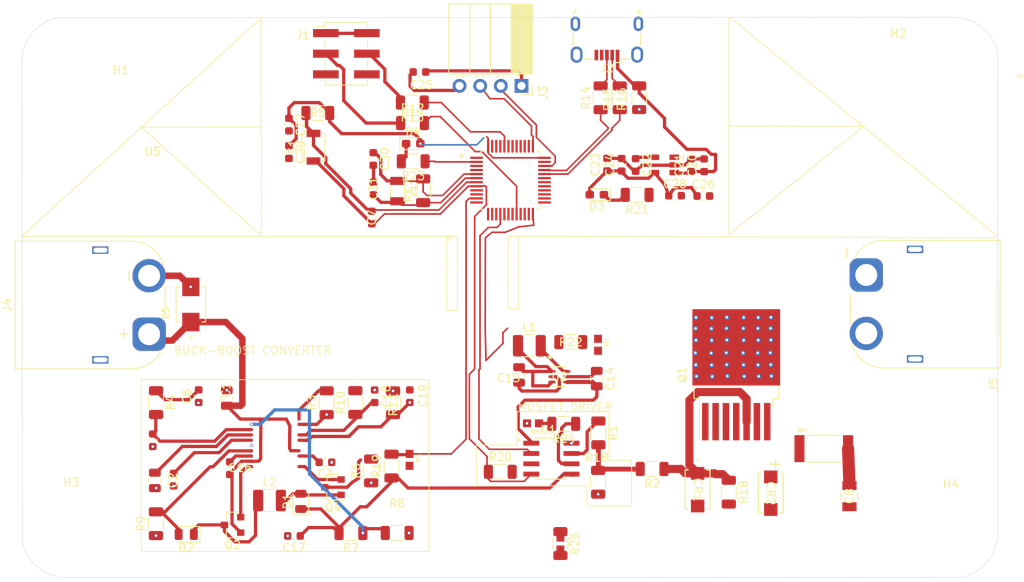
<source format=kicad_pcb>
(kicad_pcb (version 20240108) (generator "pcbnew") (generator_version "8.0")
  (layers (0 "F.Cu" signal) (31 "B.Cu" signal) (34 "B.Paste" user) (35 "F.Paste" user) (36 "B.SilkS" user "B.Silkscreen") (37 "F.SilkS" user "F.Silkscreen") (38 "B.Mask" user) (39 "F.Mask" user) (44 "Edge.Cuts" user))
  (net 0 "")
  (net 1 "Net-(IC3-VC)")
  (net 2 "Net-(C6-Pad2)")
  (net 3 "/MCU/RESET")
  (net 4 "/5V")
  (net 5 "Vout_12V")
  (net 6 "/MCU/5V")
  (net 7 "VCC3V3")
  (net 8 "Net-(D3-K)")
  (net 9 "Net-(C30-Pad2)")
  (net 10 "/MCU/OSCIN")
  (net 11 "/MCU/OSCOUT")
  (net 12 "/COIL->diode")
  (net 13 "/PMOS_SOURCE")
  (net 14 "Net-(J1-Pin_3)")
  (net 15 "Net-(J1-Pin_4)")
  (net 16 "/MCU/SWDCLK")
  (net 17 "/MCU/SWDIO")
  (net 18 "MOS_DRIVE_TRIGGER")
  (net 19 "/MCU/BOOT0")
  (net 20 "/MCU/BOOT1")
  (net 21 "/MCU/PA12")
  (net 22 "Net-(D4-K)")
  (net 46 "NTC_2_OUT")
  (net 47 "NTC_3_OUT")
  (net 48 "/MCU/PC13")
  (net 49 "NTC_4_OUT")
  (net 50 "NTC_4_IN")
  (net 51 "/CLAMP")
  (net 52 "/IN-")
  (net 53 "/*SHDN")
  (net 54 "GNDD")
  (net 55 "/INTVCC")
  (net 56 "/SS")
  (net 57 "/INTVEE")
  (net 58 "/CSP")
  (net 59 "/CSN")
  (net 60 "/ISN")
  (net 61 "/FB")
  (net 62 "/BG")
  (net 63 "/TG")
  (net 64 "/EXTVCC")
  (net 65 "/RT")
  (net 66 "/SW")
  (net 67 "DC-DC_CONV_GND")
  (net 68 "VIN_DC-DC_CONV")
  (net 69 "Net-(IC3-OPMODE)")
  (net 70 "/R11_2")
  (net 71 "/R10_2")
  (net 72 "/NMOS_S<->R6")
  (net 73 "NTC_1_OUT")
  (net 74 "PWM_SIGNAL")
  (net 75 "/MCU/D-")
  (net 76 "/MCU/D+")
  (net 77 "/MCU/BP")
  (net 78 "/MCU/PA11")
  (net 79 "/MCU/PC13-LED_IN")
  (net 82 "MOS_OUT")
  (net 83 "/Q1_1")
  (footprint "Capacitor_SMD:C_0603_1608Metric" (layer "F.Cu") (at 94.4575 110.36 180)
    (property "Reference" "C17" (at 0 -1.43 0) (layer "F.SilkS"))
    (property "Value" "100uF")
    (pad "1" smd roundrect (at -0.775 0 180) (size 0.9 0.95) (layers "F.Cu" "F.Paste" "F.Mask") (net 5 "Vout_12V"))
    (pad "2" smd roundrect (at 0.775 0 180) (size 0.9 0.95) (layers "F.Cu" "F.Paste" "F.Mask") (net 54 "GNDD"))
  )
  (footprint "MountingHole:MountingHole_5.3mm_M5" (layer "F.Cu") (at 66.51 109.9)
    (property "Reference" "H3" (at 0.56 -6.15 0) (layer "F.SilkS"))
    (property "Value" "MountingHole")
    (pad "" np_thru_hole circle (at 0 0) (size 5.3 5.3) (drill 5.3) (layers "*.Cu" "*.Mask"))
  )
  (footprint "Capacitor_SMD:C_0603_1608Metric" (layer "F.Cu") (at 98.3275 101.29 180)
    (property "Reference" "C3" (at 0 -1.43 0) (layer "F.SilkS"))
    (property "Value" "2.2pF" (hide yes))
    (pad "1" smd roundrect (at -0.775 0 180) (size 0.9 0.95) (layers "F.Cu" "F.Paste" "F.Mask") (net 54 "GNDD"))
    (pad "2" smd roundrect (at 0.775 0 180) (size 0.9 0.95) (layers "F.Cu" "F.Paste" "F.Mask") (net 55 "/INTVCC"))
  )
  (footprint "LED_SMD:LED_0603_1608Metric_Pad1.05x0.95mm_HandSolder" (layer "F.Cu") (at 131.72 68.34 180)
    (property "Reference" "D3" (at 0 -1.43 0) (layer "F.SilkS"))
    (property "Value" "LED_Small")
    (pad "1" smd roundrect (at -0.875 0 180) (size 1.05 0.95) (layers "F.Cu" "F.Paste" "F.Mask") (net 8 "Net-(D3-K)"))
    (pad "2" smd roundrect (at 0.875 0 180) (size 1.05 0.95) (layers "F.Cu" "F.Paste" "F.Mask") (net 7 "VCC3V3"))
  )
  (footprint "Resistor_SMD:R_1206_3216Metric" (layer "F.Cu") (at 128.509999 86.490001)
    (property "Reference" "R22" (at 0 0 360) (layer "F.SilkS"))
    (property "Value" "10k")
    (pad "1" smd roundrect (at -1.4625 0) (size 1.125 1.75) (layers "F.Cu" "F.Paste" "F.Mask") (roundrect_rratio 0.222222) (net 54 "GNDD"))
    (pad "2" smd roundrect (at 1.4625 0) (size 1.125 1.75) (layers "F.Cu" "F.Paste" "F.Mask") (roundrect_rratio 0.222222) (net 46 "NTC_2_OUT"))
  )
  (footprint "Resistor_SMD:R_1206_3216Metric" (layer "F.Cu") (at 102.0075 93.93 90)
    (property "Reference" "R10" (at 0 -1.82 90) (layer "F.SilkS"))
    (property "Value" "10")
    (pad "1" smd roundrect (at -1.4625 0 90) (size 1.125 1.75) (layers "F.Cu" "F.Paste" "F.Mask") (roundrect_rratio 0.222222) (net 58 "/CSP"))
    (pad "2" smd roundrect (at 1.4625 0 90) (size 1.125 1.75) (layers "F.Cu" "F.Paste" "F.Mask") (roundrect_rratio 0.222222) (net 71 "/R10_2"))
  )
  (footprint "Capacitor_SMD:C_0603_1608Metric" (layer "F.Cu") (at 104.21 63.94 -90)
    (property "Reference" "C30" (at 0 -1.43 90) (layer "F.SilkS"))
    (property "Value" "20p")
    (pad "1" smd roundrect (at -0.775 0 270) (size 0.9 0.95) (layers "F.Cu" "F.Paste" "F.Mask") (net 10 "/MCU/OSCIN"))
    (pad "2" smd roundrect (at 0.775 0 270) (size 0.9 0.95) (layers "F.Cu" "F.Paste" "F.Mask") (net 9 "Net-(C30-Pad2)"))
  )
  (footprint "Capacitor_SMD:C_0603_1608Metric" (layer "F.Cu") (at 93.84 63.095 -90)
    (property "Reference" "C29" (at 0 -1.43 90) (layer "F.SilkS"))
    (property "Value" "105")
    (pad "1" smd roundrect (at -0.775 0 270) (size 0.9 0.95) (layers "F.Cu" "F.Paste" "F.Mask") (net 7 "VCC3V3"))
    (pad "2" smd roundrect (at 0.775 0 270) (size 0.9 0.95) (layers "F.Cu" "F.Paste" "F.Mask") (net 54 "GNDD"))
  )
  (footprint "Resistor_SMD:R_1206_3216Metric" (layer "F.Cu") (at 110.35 67.85 90)
    (property "Reference" "R17" (at 0 -1.82 90) (layer "F.SilkS"))
    (property "Value" "1M")
    (pad "1" smd roundrect (at -1.4625 0 90) (size 1.125 1.75) (layers "F.Cu" "F.Paste" "F.Mask") (roundrect_rratio 0.222222) (net 11 "/MCU/OSCOUT"))
    (pad "2" smd roundrect (at 1.4625 0 90) (size 1.125 1.75) (layers "F.Cu" "F.Paste" "F.Mask") (roundrect_rratio 0.222222) (net 10 "/MCU/OSCIN"))
  )
  (footprint "Resistor_SMD:R_1206_3216Metric" (layer "F.Cu") (at 132.19 56.405 90)
    (property "Reference" "R14" (at 0 -1.82 90) (layer "F.SilkS"))
    (property "Value" "20")
    (pad "1" smd roundrect (at -1.4625 0 90) (size 1.125 1.75) (layers "F.Cu" "F.Paste" "F.Mask") (roundrect_rratio 0.222222) (net 21 "/MCU/PA12"))
    (pad "2" smd roundrect (at 1.4625 0 90) (size 1.125 1.75) (layers "F.Cu" "F.Paste" "F.Mask") (roundrect_rratio 0.222222) (net 76 "/MCU/D+"))
  )
  (footprint "NCP18XH103F03RB:THRMC1608X95N" (layer "F.Cu") (at 123.865 96.49 180)
    (property "Reference" "RT3" (at -0.24 -1.07 0) (layer "F.SilkS") (effects (font (size 0.393701 0.393701))))
    (property "Value" "NCP18XH103F03RB")
    (pad "1" smd rect (at -0.735 0 180) (size 1 0.97) (layers "F.Cu" "F.Paste" "F.Mask") (net 47 "NTC_3_OUT"))
    (pad "2" smd rect (at 0.735 0 180) (size 1 0.97) (layers "F.Cu" "F.Paste" "F.Mask") (net 54 "GNDD"))
  )
  (footprint "Crystal:Crystal_SMD_3215-2Pin_3.2x1.5mm" (layer "F.Cu") (at 107.2 67.89 -90)
    (property "Reference" "Y1" (at 0 -2 90) (layer "F.SilkS"))
    (property "Value" "8MHz")
    (pad "1" smd rect (at 1.25 0 270) (size 1 1.8) (layers "F.Cu" "F.Paste" "F.Mask") (net 11 "/MCU/OSCOUT"))
    (pad "2" smd rect (at -1.25 0 270) (size 1 1.8) (layers "F.Cu" "F.Paste" "F.Mask") (net 10 "/MCU/OSCIN"))
  )
  (footprint "LED_SMD:LED_0603_1608Metric_Pad1.05x0.95mm_HandSolder" (layer "F.Cu") (at 109.13 62.05)
    (property "Reference" "D4" (at 0 -1.43 0) (layer "F.SilkS"))
    (property "Value" "LED_Small")
    (pad "1" smd roundrect (at -0.875 0) (size 1.05 0.95) (layers "F.Cu" "F.Paste" "F.Mask") (net 22 "Net-(D4-K)"))
    (pad "2" smd roundrect (at 0.875 0) (size 1.05 0.95) (layers "F.Cu" "F.Paste" "F.Mask") (net 7 "VCC3V3"))
  )
  (footprint "Capacitor_SMD:C_0603_1608Metric" (layer "F.Cu") (at 104.3875 93.16 -90)
    (property "Reference" "C18" (at 0 -1.43 90) (layer "F.SilkS"))
    (property "Value" "10nF")
    (pad "1" smd roundrect (at -0.775 0 270) (size 0.9 0.95) (layers "F.Cu" "F.Paste" "F.Mask") (net 54 "GNDD"))
    (pad "2" smd roundrect (at 0.775 0 270) (size 0.9 0.95) (layers "F.Cu" "F.Paste" "F.Mask") (net 58 "/CSP"))
  )
  (footprint "Capacitor_SMD:C_0603_1608Metric" (layer "F.Cu") (at 104.23 67.575 90)
    (property "Reference" "C31" (at 0 0 90) (layer "F.SilkS"))
    (property "Value" "20p")
    (pad "1" smd roundrect (at -0.775 0 90) (size 0.9 0.95) (layers "F.Cu" "F.Paste" "F.Mask") (net 11 "/MCU/OSCOUT"))
    (pad "2" smd roundrect (at 0.775 0 90) (size 0.9 0.95) (layers "F.Cu" "F.Paste" "F.Mask") (net 9 "Net-(C30-Pad2)"))
  )
  (footprint "Resistor_SMD:R_1206_3216Metric" (layer "F.Cu") (at 134.54 56.405 90)
    (property "Reference" "R15" (at -0.2075 -1.44 90) (layer "F.SilkS"))
    (property "Value" "20")
    (pad "1" smd roundrect (at -1.4625 0 90) (size 1.125 1.75) (layers "F.Cu" "F.Paste" "F.Mask") (roundrect_rratio 0.222222) (net 78 "/MCU/PA11"))
    (pad "2" smd roundrect (at 1.4625 0 90) (size 1.125 1.75) (layers "F.Cu" "F.Paste" "F.Mask") (roundrect_rratio 0.222222) (net 75 "/MCU/D-"))
  )
  (footprint "Resistor_SMD:R_1206_3216Metric" (layer "F.Cu") (at 103.9575 102.35 90)
    (property "Reference" "R6" (at 0 -1.82 90) (layer "F.SilkS"))
    (property "Value" "4M")
    (pad "1" smd roundrect (at -1.4625 0 90) (size 1.125 1.75) (layers "F.Cu" "F.Paste" "F.Mask") (roundrect_rratio 0.222222) (net 54 "GNDD"))
    (pad "2" smd roundrect (at 1.4625 0 90) (size 1.125 1.75) (layers "F.Cu" "F.Paste" "F.Mask") (roundrect_rratio 0.222222) (net 70 "/R11_2"))
  )
  (footprint "Capacitor_SMD:C_0603_1608Metric" (layer "F.Cu") (at 79.6575 103.425 90)
    (property "Reference" "C2" (at -0.095 -0.11 90) (layer "F.SilkS"))
    (property "Value" "100pF")
    (pad "1" smd roundrect (at -0.775 0 90) (size 0.9 0.95) (layers "F.Cu" "F.Paste" "F.Mask") (net 54 "GNDD"))
    (pad "2" smd roundrect (at 0.775 0 90) (size 0.9 0.95) (layers "F.Cu" "F.Paste" "F.Mask") (net 69 "Net-(IC3-OPMODE)"))
  )
  (footprint "NCP18XH103F03RB:THRMC1608X95N" (layer "F.Cu") (at 131.869999 86.820001 -90)
    (property "Reference" "RT2" (at -0.24 -1.07 90) (layer "F.SilkS") (effects (font (size 0.393701 0.393701))))
    (property "Value" "NCP18XH103F03RB")
    (pad "1" smd rect (at -0.735 0 270) (size 1 0.97) (layers "F.Cu" "F.Paste" "F.Mask") (net 46 "NTC_2_OUT"))
    (pad "2" smd rect (at 0.735 0 270) (size 1 0.97) (layers "F.Cu" "F.Paste" "F.Mask") (net 54 "GNDD"))
  )
  (footprint "Capacitor_SMD:C_0603_1608Metric" (layer "F.Cu") (at 144.92 64.71 90)
    (property "Reference" "C20" (at 0 -1.43 90) (layer "F.SilkS"))
    (property "Value" "105")
    (pad "1" smd roundrect (at -0.775 0 90) (size 0.9 0.95) (layers "F.Cu" "F.Paste" "F.Mask") (net 54 "GNDD"))
    (pad "2" smd roundrect (at 0.775 0 90) (size 0.9 0.95) (layers "F.Cu" "F.Paste" "F.Mask") (net 54 "GNDD"))
  )
  (footprint "SMBJ13CA:DO214AC_LTF-L" (layer "F.Cu") (at 153.12 105.0966 -90)
    (property "Reference" "CR2" (at 0 0 -90) (layer "F.SilkS"))
    (property "Value" "SMBJ13CA")
    (pad "1" smd rect (at -2.0066 0 270) (size 1.5748 1.651) (layers "F.Cu" "F.Paste" "F.Mask") (net 68 "VIN_DC-DC_CONV"))
    (pad "2" smd rect (at 2.0066 0 270) (size 1.5748 1.651) (layers "F.Cu" "F.Paste" "F.Mask") (net 54 "GNDD"))
  )
  (footprint "Resistor_SMD:R_1206_3216Metric" (layer "F.Cu") (at 101.4675 110 180)
    (property "Reference" "R7" (at 0 -1.82 0) (layer "F.SilkS"))
    (property "Value" "1M")
    (pad "1" smd roundrect (at -1.4625 0 180) (size 1.125 1.75) (layers "F.Cu" "F.Paste" "F.Mask") (roundrect_rratio 0.222222) (net 61 "/FB"))
    (pad "2" smd roundrect (at 1.4625 0 180) (size 1.125 1.75) (layers "F.Cu" "F.Paste" "F.Mask") (roundrect_rratio 0.222222) (net 5 "Vout_12V"))
  )
  (footprint "UCC5350MCD:SOIC127P599X175-8N" (layer "F.Cu") (at 126.13 100.84)
    (property "Reference" "U1" (at -0.385 -3.537 0) (layer "F.SilkS"))
    (property "Value" "UCC5350MCD")
    (pad "1" smd roundrect (at -2.47 -1.905) (size 1.97 0.6) (layers "F.Cu" "F.Paste" "F.Mask") (roundrect_rratio 0.125) (net 4 "/5V"))
    (pad "2" smd roundrect (at -2.47 -0.635) (size 1.97 0.6) (layers "F.Cu" "F.Paste" "F.Mask") (roundrect_rratio 0.125) (net 74 "PWM_SIGNAL"))
    (pad "3" smd roundrect (at -2.47 0.635) (size 1.97 0.6) (layers "F.Cu" "F.Paste" "F.Mask") (roundrect_rratio 0.125) (net 52 "/IN-"))
    (pad "4" smd roundrect (at -2.47 1.905) (size 1.97 0.6) (layers "F.Cu" "F.Paste" "F.Mask") (roundrect_rratio 0.125) (net 54 "GNDD"))
    (pad "5" smd roundrect (at 2.47 1.905) (size 1.97 0.6) (layers "F.Cu" "F.Paste" "F.Mask") (roundrect_rratio 0.125) (net 64 "/EXTVCC"))
    (pad "6" smd roundrect (at 2.47 0.635) (size 1.97 0.6) (layers "F.Cu" "F.Paste" "F.Mask") (roundrect_rratio 0.125) (net 18 "MOS_DRIVE_TRIGGER"))
    (pad "7" smd roundrect (at 2.47 -0.635) (size 1.97 0.6) (layers "F.Cu" "F.Paste" "F.Mask") (roundrect_rratio 0.125) (net 51 "/CLAMP"))
    (pad "8" smd roundrect (at 2.47 -1.905) (size 1.97 0.6) (layers "F.Cu" "F.Paste" "F.Mask") (roundrect_rratio 0.125) (net 54 "GNDD"))
  )
  (footprint "Capacitor_SMD:C_0603_1608Metric" (layer "F.Cu") (at 86.5675 102.015 -90)
    (property "Reference" "C16" (at -0.045 -1.26 0) (layer "F.SilkS"))
    (property "Value" "2.2uF")
    (pad "1" smd roundrect (at -0.775 0 270) (size 0.9 0.95) (layers "F.Cu" "F.Paste" "F.Mask") (net 57 "/INTVEE"))
    (pad "2" smd roundrect (at 0.775 0 270) (size 0.9 0.95) (layers "F.Cu" "F.Paste" "F.Mask") (net 68 "VIN_DC-DC_CONV"))
  )
  (footprint "Resistor_SMD:R_1206_3216Metric" (layer "F.Cu") (at 97.39 58.29)
    (property "Reference" "R5" (at 0 0 0) (layer "F.SilkS"))
    (property "Value" "10K")
    (pad "1" smd roundrect (at -1.4625 0) (size 1.125 1.75) (layers "F.Cu" "F.Paste" "F.Mask") (roundrect_rratio 0.222222) (net 3 "/MCU/RESET"))
    (pad "2" smd roundrect (at 1.4625 0) (size 1.125 1.75) (layers "F.Cu" "F.Paste" "F.Mask") (roundrect_rratio 0.222222) (net 7 "VCC3V3"))
  )
  (footprint "Resistor_SMD:R_1206_3216Metric" (layer "F.Cu") (at 138.52 102.11 180)
    (property "Reference" "R2" (at 0 -1.82 360) (layer "F.SilkS"))
    (property "Value" "4")
    (pad "1" smd roundrect (at -1.4625 0 180) (size 1.125 1.75) (layers "F.Cu" "F.Paste" "F.Mask") (roundrect_rratio 0.222222) (net 83 "/Q1_1"))
    (pad "2" smd roundrect (at 1.4625 0 180) (size 1.125 1.75) (layers "F.Cu" "F.Paste" "F.Mask") (roundrect_rratio 0.222222) (net 18 "MOS_DRIVE_TRIGGER"))
  )
  (footprint "Resistor_SMD:R_1206_3216Metric" (layer "F.Cu") (at 127.24 111.295 -90)
    (property "Reference" "R26" (at 0 -1.82 90) (layer "F.SilkS"))
    (property "Value" "10k")
    (pad "1" smd roundrect (at -1.4625 0 270) (size 1.125 1.75) (layers "F.Cu" "F.Paste" "F.Mask") (roundrect_rratio 0.222222) (net 50 "NTC_4_IN"))
    (pad "2" smd roundrect (at 1.4625 0 270) (size 1.125 1.75) (layers "F.Cu" "F.Paste" "F.Mask") (roundrect_rratio 0.222222) (net 49 "NTC_4_OUT"))
  )
  (footprint "Resistor_SMD:R_1206_3216Metric" (layer "F.Cu") (at 109.02 56.99 180)
    (property "Reference" "R13" (at 0 -1.82 0) (layer "F.SilkS"))
    (property "Value" "100K")
    (pad "1" smd roundrect (at -1.4625 0 180) (size 1.125 1.75) (layers "F.Cu" "F.Paste" "F.Mask") (roundrect_rratio 0.222222) (net 19 "/MCU/BOOT0"))
    (pad "2" smd roundrect (at 1.4625 0 180) (size 1.125 1.75) (layers "F.Cu" "F.Paste" "F.Mask") (roundrect_rratio 0.222222) (net 15 "Net-(J1-Pin_4)"))
  )
  (footprint "Resistor_SMD:R_1206_3216Metric" (layer "F.Cu") (at 131.91 97.67 -90)
    (property "Reference" "R1" (at 0 -1.82 90) (layer "F.SilkS"))
    (property "Value" "33")
    (pad "1" smd roundrect (at -1.4625 0 270) (size 1.125 1.75) (layers "F.Cu" "F.Paste" "F.Mask") (roundrect_rratio 0.222222) (net 51 "/CLAMP"))
    (pad "2" smd roundrect (at 1.4625 0 270) (size 1.125 1.75) (layers "F.Cu" "F.Paste" "F.Mask") (roundrect_rratio 0.222222) (net 18 "MOS_DRIVE_TRIGGER"))
  )
  (footprint "Resistor_SMD:R_1206_3216Metric" (layer "F.Cu") (at 136.93 56.395 90)
    (property "Reference" "R16" (at -0.18 -2.15 90) (layer "F.SilkS"))
    (property "Value" "4.7K")
    (pad "1" smd roundrect (at -1.4625 0 90) (size 1.125 1.75) (layers "F.Cu" "F.Paste" "F.Mask") (roundrect_rratio 0.222222) (net 21 "/MCU/PA12"))
    (pad "2" smd roundrect (at 1.4625 0 90) (size 1.125 1.75) (layers "F.Cu" "F.Paste" "F.Mask") (roundrect_rratio 0.222222) (net 54 "GNDD"))
  )
  (footprint "Capacitor_SMD:C_0603_1608Metric" (layer "F.Cu") (at 104.04 71.15 -90)
    (property "Reference" "C7" (at 0 0 90) (layer "F.SilkS"))
    (property "Value" "105")
    (pad "1" smd roundrect (at -0.775 0 270) (size 0.9 0.95) (layers "F.Cu" "F.Paste" "F.Mask") (net 3 "/MCU/RESET"))
    (pad "2" smd roundrect (at 0.775 0 270) (size 0.9 0.95) (layers "F.Cu" "F.Paste" "F.Mask") (net 54 "GNDD"))
  )
  (footprint "Resistor_SMD:R_1206_3216Metric" (layer "F.Cu") (at 77.4875 93.94 -90)
    (property "Reference" "R4" (at 0 -1.82 90) (layer "F.SilkS"))
    (property "Value" "110k")
    (pad "1" smd roundrect (at -1.4625 0 270) (size 1.125 1.75) (layers "F.Cu" "F.Paste" "F.Mask") (roundrect_rratio 0.222222) (net 2 "Net-(C6-Pad2)"))
    (pad "2" smd roundrect (at 1.4625 0 270) (size 1.125 1.75) (layers "F.Cu" "F.Paste" "F.Mask") (roundrect_rratio 0.222222) (net 1 "Net-(IC3-VC)"))
  )
  (footprint "SMBJ13CA:DO214AC_LTF-L" (layer "F.Cu") (at 144.12 104.66 -90)
    (property "Reference" "CR1" (at 0 0 -90) (layer "F.SilkS"))
    (property "Value" "SMBJ13CA")
    (pad "1" smd rect (at -2.0066 0 270) (size 1.5748 1.651) (layers "F.Cu" "F.Paste" "F.Mask") (net 83 "/Q1_1"))
    (pad "2" smd rect (at 2.0066 0 270) (size 1.5748 1.651) (layers "F.Cu" "F.Paste" "F.Mask") (net 54 "GNDD"))
  )
  (footprint "SNUBBER_RES:RESC6331X70N" (layer "F.Cu") (at 159.64 99.61)
    (property "Reference" "R27" (at -2.61 -2.25 360) (layer "F.SilkS") (effects (font (size 0.393701 0.393701) (thickness 0.098425))))
    (property "Value" "3.4")
    (pad "1" smd rect (at -2.99 0) (size 1.24 3.32) (layers "F.Cu" "F.Paste" "F.Mask") (net 68 "VIN_DC-DC_CONV"))
    (pad "2" smd rect (at 2.99 0) (size 1.24 3.32) (layers "F.Cu" "F.Paste" "F.Mask") (net 82 "MOS_OUT"))
  )
  (footprint "MountingHole:MountingHole_5.3mm_M5" (layer "F.Cu") (at 175.45 109.93)
    (property "Reference" "H4" (at -0.17 -5.96 0) (layer "F.SilkS"))
    (property "Value" "MountingHole")
    (pad "" np_thru_hole circle (at 0 0) (size 5.3 5.3) (drill 5.3) (layers "*.Cu" "*.Mask"))
  )
  (footprint "NCP18XH103F03RB:THRMC1608X95N" (layer "F.Cu") (at 108.6775 100.99 -90)
    (property "Reference" "RT1" (at -0.24 -1.07 90) (layer "F.SilkS") (effects (font (size 0.393701 0.393701))))
    (property "Value" "NCP18XH103F03RB")
    (pad "1" smd rect (at -0.735 0 270) (size 1 0.97) (layers "F.Cu" "F.Paste" "F.Mask") (net 73 "NTC_1_OUT"))
    (pad "2" smd rect (at 0.735 0 270) (size 1 0.97) (layers "F.Cu" "F.Paste" "F.Mask") (net 54 "GNDD"))
  )
  (footprint "MountingHole:MountingHole_5.3mm_M5" (layer "F.Cu") (at 175.45 52.08)
    (property "Reference" "H2" (at -6.64 -3.59 0) (layer "F.SilkS"))
    (property "Value" "MountingHole")
    (pad "" np_thru_hole circle (at 0 0) (size 5.3 5.3) (drill 5.3) (layers "*.Cu" "*.Mask"))
  )
  (footprint "STM32F103C8T6:QFP50P900X900X160-48N" (layer "F.Cu") (at 121.1 66.55)
    (property "Reference" "U5" (at -44.025 -3.515 0) (layer "F.SilkS"))
    (property "Value" "STM32F103C8T6")
    (pad "1" smd roundrect (at -4.18 -2.75) (size 1.56 0.28) (layers "F.Cu" "F.Paste" "F.Mask"))
    (pad "2" smd roundrect (at -4.18 -2.25) (size 1.56 0.28) (layers "F.Cu" "F.Paste" "F.Mask") (net 79 "/MCU/PC13-LED_IN"))
    (pad "3" smd roundrect (at -4.18 -1.75) (size 1.56 0.28) (layers "F.Cu" "F.Paste" "F.Mask"))
    (pad "4" smd roundrect (at -4.18 -1.25) (size 1.56 0.28) (layers "F.Cu" "F.Paste" "F.Mask"))
    (pad "5" smd roundrect (at -4.18 -0.75) (size 1.56 0.28) (layers "F.Cu" "F.Paste" "F.Mask") (net 10 "/MCU/OSCIN"))
    (pad "6" smd roundrect (at -4.18 -0.25) (size 1.56 0.28) (layers "F.Cu" "F.Paste" "F.Mask") (net 11 "/MCU/OSCOUT"))
    (pad "7" smd roundrect (at -4.18 0.25) (size 1.56 0.28) (layers "F.Cu" "F.Paste" "F.Mask") (net 3 "/MCU/RESET"))
    (pad "8" smd roundrect (at -4.18 0.75) (size 1.56 0.28) (layers "F.Cu" "F.Paste" "F.Mask") (net 54 "GNDD"))
    (pad "9" smd roundrect (at -4.18 1.25) (size 1.56 0.28) (layers "F.Cu" "F.Paste" "F.Mask") (net 7 "VCC3V3"))
    (pad "10" smd roundrect (at -4.18 1.75) (size 1.56 0.28) (layers "F.Cu" "F.Paste" "F.Mask"))
    (pad "11" smd roundrect (at -4.18 2.25) (size 1.56 0.28) (layers "F.Cu" "F.Paste" "F.Mask") (net 73 "NTC_1_OUT"))
    (pad "12" smd roundrect (at -4.18 2.75) (size 1.56 0.28) (layers "F.Cu" "F.Paste" "F.Mask") (net 46 "NTC_2_OUT"))
    (pad "13" smd roundrect (at -2.75 4.18) (size 0.28 1.56) (layers "F.Cu" "F.Paste" "F.Mask") (net 47 "NTC_3_OUT"))
    (pad "14" smd roundrect (at -2.25 4.18) (size 0.28 1.56) (layers "F.Cu" "F.Paste" "F.Mask") (net 49 "NTC_4_OUT"))
    (pad "15" smd roundrect (at -1.75 4.18) (size 0.28 1.56) (layers "F.Cu" "F.Paste" "F.Mask"))
    (pad "16" smd roundrect (at -1.25 4.18) (size 0.28 1.56) (layers "F.Cu" "F.Paste" "F.Mask") (net 74 "PWM_SIGNAL"))
    (pad "17" smd roundrect (at -0.75 4.18) (size 0.28 1.56) (layers "F.Cu" "F.Paste" "F.Mask"))
    (pad "18" smd roundrect (at -0.25 4.18) (size 0.28 1.56) (layers "F.Cu" "F.Paste" "F.Mask"))
    (pad "19" smd roundrect (at 0.25 4.18) (size 0.28 1.56) (layers "F.Cu" "F.Paste" "F.Mask"))
    (pad "20" smd roundrect (at 0.75 4.18) (size 0.28 1.56) (layers "F.Cu" "F.Paste" "F.Mask") (net 20 "/MCU/BOOT1"))
    (pad "21" smd roundrect (at 1.25 4.18) (size 0.28 1.56) (layers "F.Cu" "F.Paste" "F.Mask"))
    (pad "22" smd roundrect (at 1.75 4.18) (size 0.28 1.56) (layers "F.Cu" "F.Paste" "F.Mask"))
    (pad "23" smd roundrect (at 2.25 4.18) (size 0.28 1.56) (layers "F.Cu" "F.Paste" "F.Mask") (net 54 "GNDD"))
    (pad "24" smd roundrect (at 2.75 4.18) (size 0.28 1.56) (layers "F.Cu" "F.Paste" "F.Mask") (net 7 "VCC3V3"))
    (pad "25" smd roundrect (at 4.18 2.75) (size 1.56 0.28) (layers "F.Cu" "F.Paste" "F.Mask"))
    (pad "26" smd roundrect (at 4.18 2.25) (size 1.56 0.28) (layers "F.Cu" "F.Paste" "F.Mask"))
    (pad "27" smd roundrect (at 4.18 1.75) (size 1.56 0.28) (layers "F.Cu" "F.Paste" "F.Mask"))
    (pad "28" smd roundrect (at 4.18 1.25) (size 1.56 0.28) (layers "F.Cu" "F.Paste" "F.Mask"))
    (pad "29" smd roundrect (at 4.18 0.75) (size 1.56 0.28) (layers "F.Cu" "F.Paste" "F.Mask"))
    (pad "30" smd roundrect (at 4.18 0.25) (size 1.56 0.28) (layers "F.Cu" "F.Paste" "F.Mask"))
    (pad "31" smd roundrect (at 4.18 -0.25) (size 1.56 0.28) (layers "F.Cu" "F.Paste" "F.Mask"))
    (pad "32" smd roundrect (at 4.18 -0.75) (size 1.56 0.28) (layers "F.Cu" "F.Paste" "F.Mask") (net 75 "/MCU/D-"))
    (pad "33" smd roundrect (at 4.18 -1.25) (size 1.56 0.28) (layers "F.Cu" "F.Paste" "F.Mask") (net 76 "/MCU/D+"))
    (pad "34" smd roundrect (at 4.18 -1.75) (size 1.56 0.28) (layers "F.Cu" "F.Paste" "F.Mask") (net 17 "/MCU/SWDIO"))
    (pad "35" smd roundrect (at 4.18 -2.25) (size 1.56 0.28) (layers "F.Cu" "F.Paste" "F.Mask") (net 54 "GNDD"))
    (pad "36" smd roundrect (at 4.18 -2.75) (size 1.56 0.28) (layers "F.Cu" "F.Paste" "F.Mask") (net 7 "VCC3V3"))
    (pad "37" smd roundrect (at 2.75 -4.18) (size 0.28 1.56) (layers "F.Cu" "F.Paste" "F.Mask") (net 16 "/MCU/SWDCLK"))
    (pad "38" smd roundrect (at 2.25 -4.18) (size 0.28 1.56) (layers "F.Cu" "F.Paste" "F.Mask"))
    (pad "39" smd roundrect (at 1.75 -4.18) (size 0.28 1.56) (layers "F.Cu" "F.Paste" "F.Mask"))
    (pad "40" smd roundrect (at 1.25 -4.18) (size 0.28 1.56) (layers "F.Cu" "F.Paste" "F.Mask"))
    (pad "41" smd roundrect (at 0.75 -4.18) (size 0.28 1.56) (layers "F.Cu" "F.Paste" "F.Mask"))
    (pad "42" smd roundrect (at 0.25 -4.18) (size 0.28 1.56) (layers "F.Cu" "F.Paste" "F.Mask"))
    (pad "43" smd roundrect (at -0.25 -4.18) (size 0.28 1.56) (layers "F.Cu" "F.Paste" "F.Mask"))
    (pad "44" smd roundrect (at -0.75 -4.18) (size 0.28 1.56) (layers "F.Cu" "F.Paste" "F.Mask") (net 19 "/MCU/BOOT0"))
    (pad "45" smd roundrect (at -1.25 -4.18) (size 0.28 1.56) (layers "F.Cu" "F.Paste" "F.Mask"))
    (pad "46" smd roundrect (at -1.75 -4.18) (size 0.28 1.56) (layers "F.Cu" "F.Paste" "F.Mask"))
    (pad "47" smd roundrect (at -2.25 -4.18) (size 0.28 1.56) (layers "F.Cu" "F.Paste" "F.Mask") (net 54 "GNDD"))
    (pad "48" smd roundrect (at -2.75 -4.18) (size 0.28 1.56) (layers "F.Cu" "F.Paste" "F.Mask") (net 7 "VCC3V3"))
  )
  (footprint "SNUBBER_CAPACITOR:CAPC340180_88N_KEM-L" (layer "F.Cu") (at 162.8 105.46 90)
    (property "Reference" "C8" (at 0 0 90) (layer "F.SilkS"))
    (property "Value" "C1206C472K1RECAUTO")
    (pad "1" smd rect (at -1.301198 0 90) (size 1.102398 1.749196) (layers "F.Cu" "F.Paste" "F.Mask") (net 54 "GNDD"))
    (pad "2" smd rect (at 1.301198 0 90) (size 1.102398 1.749196) (layers "F.Cu" "F.Paste" "F.Mask") (net 82 "MOS_OUT"))
  )
  (footprint "Capacitor_SMD:C_0603_1608Metric" (layer "F.Cu") (at 141.34 68.46)
    (property "Reference" "C28" (at 0 -1.43 0) (layer "F.SilkS"))
    (property "Value" "105")
    (pad "1" smd roundrect (at -0.775 0) (size 0.9 0.95) (layers "F.Cu" "F.Paste" "F.Mask") (net 7 "VCC3V3"))
    (pad "2" smd roundrect (at 0.775 0) (size 0.9 0.95) (layers "F.Cu" "F.Paste" "F.Mask") (net 54 "GNDD"))
  )
  (footprint "Capacitor_SMD:C_0603_1608Metric" (layer "F.Cu") (at 132.98 64.63 90)
    (property "Reference" "C23" (at 0 -1.43 90) (layer "F.SilkS"))
    (property "Value" "106")
    (pad "1" smd roundrect (at -0.775 0 90) (size 0.9 0.95) (layers "F.Cu" "F.Paste" "F.Mask") (net 7 "VCC3V3"))
    (pad "2" smd roundrect (at 0.775 0 90) (size 0.9 0.95) (layers "F.Cu" "F.Paste" "F.Mask") (net 54 "GNDD"))
  )
  (footprint "Capacitor_SMD:C_0603_1608Metric" (layer "F.Cu") (at 93.84 59.705 -90)
    (property "Reference" "C27" (at 0 -1.43 90) (layer "F.SilkS"))
    (property "Value" "105")
    (pad "1" smd roundrect (at -0.775 0 270) (size 0.9 0.95) (layers "F.Cu" "F.Paste" "F.Mask") (net 7 "VCC3V3"))
    (pad "2" smd roundrect (at 0.775 0 270) (size 0.9 0.95) (layers "F.Cu" "F.Paste" "F.Mask") (net 54 "GNDD"))
  )
  (footprint "Connector_PinHeader_2.54mm:PinHeader_2x03_P2.54mm_Vertical_SMD" (layer "F.Cu") (at 100.905 50.98)
    (property "Reference" "J1" (at -5.345 -2.26 0) (layer "F.SilkS"))
    (property "Value" "Conn_02x03_Odd_Even")
    (pad "1" smd rect (at -2.525 -2.54) (size 3.15 1) (layers "F.Cu" "F.Paste" "F.Mask") (net 7 "VCC3V3"))
    (pad "2" smd rect (at 2.525 -2.54) (size 3.15 1) (layers "F.Cu" "F.Paste" "F.Mask") (net 7 "VCC3V3"))
    (pad "3" smd rect (at -2.525 0) (size 3.15 1) (layers "F.Cu" "F.Paste" "F.Mask") (net 14 "Net-(J1-Pin_3)"))
    (pad "4" smd rect (at 2.525 0) (size 3.15 1) (layers "F.Cu" "F.Paste" "F.Mask") (net 15 "Net-(J1-Pin_4)"))
    (pad "5" smd rect (at -2.525 2.54) (size 3.15 1) (layers "F.Cu" "F.Paste" "F.Mask") (net 54 "GNDD"))
    (pad "6" smd rect (at 2.525 2.54) (size 3.15 1) (layers "F.Cu" "F.Paste" "F.Mask") (net 54 "GNDD"))
  )
  (footprint "Button_Switch_SMD:SW_SPST_B3U-1000P" (layer "F.Cu") (at 96.86 62.49 90)
    (property "Reference" "S1" (at 0 -2.5 90) (layer "F.SilkS"))
    (property "Value" "GPTS203211B")
    (pad "1" smd rect (at -1.7 0 90) (size 0.9 1.7) (layers "F.Cu" "F.Paste" "F.Mask") (net 54 "GNDD"))
    (pad "2" smd rect (at 1.7 0 90) (size 0.9 1.7) (layers "F.Cu" "F.Paste" "F.Mask") (net 3 "/MCU/RESET"))
  )
  (footprint "Capacitor_SMD:C_0805_2012Metric" (layer "F.Cu") (at 86.1975 93.37 90)
    (property "Reference" "C1" (at 0.99 -0.1 90) (layer "F.SilkS"))
    (property "Value" "10uF")
    (pad "1" smd roundrect (at -0.95 0 90) (size 1 1.45) (layers "F.Cu" "F.Paste" "F.Mask") (net 68 "VIN_DC-DC_CONV"))
    (pad "2" smd roundrect (at 0.95 0 90) (size 1 1.45) (layers "F.Cu" "F.Paste" "F.Mask") (net 54 "GNDD"))
  )
  (footprint "Package_TO_SOT_SMD:SOT-23" (layer "F.Cu") (at 99.2575 104.36 180)
    (property "Reference" "Q4" (at 0 -2.5 0) (layer "F.SilkS"))
    (property "Value" "NMOS")
    (pad "1" smd rect (at -1 -0.95 180) (size 0.9 0.8) (layers "F.Cu" "F.Paste" "F.Mask") (net 12 "/COIL->diode"))
    (pad "2" smd rect (at -1 0.95 180) (size 0.9 0.8) (layers "F.Cu" "F.Paste" "F.Mask") (net 62 "/BG"))
    (pad "3" smd rect (at 1 0 180) (size 0.9 0.8) (layers "F.Cu" "F.Paste" "F.Mask") (net 72 "/NMOS_S<->R6"))
  )
  (footprint "Resistor_SMD:R_1206_3216Metric" (layer "F.Cu") (at 77.4775 108.85 90)
    (property "Reference" "R9" (at 0 -1.82 90) (layer "F.SilkS"))
    (property "Value" "4m")
    (pad "1" smd roundrect (at -1.4625 0 90) (size 1.125 1.75) (layers "F.Cu" "F.Paste" "F.Mask") (roundrect_rratio 0.222222) (net 54 "GNDD"))
    (pad "2" smd roundrect (at 1.4625 0 90) (size 1.125 1.75) (layers "F.Cu" "F.Paste" "F.Mask") (roundrect_rratio 0.222222) (net 60 "/ISN"))
  )
  (footprint "Diode_SMD:D_0805_2012Metric" (layer "F.Cu") (at 95.3075 106.1 90)
    (property "Reference" "D1" (at 0 -1.65 90) (layer "F.SilkS"))
    (property "Value" "D_Schottky")
    (pad "1" smd roundrect (at -0.9375 0 90) (size 0.975 1.4) (layers "F.Cu" "F.Paste" "F.Mask") (net 5 "Vout_12V"))
    (pad "2" smd roundrect (at 0.9375 0 90) (size 0.975 1.4) (layers "F.Cu" "F.Paste" "F.Mask") (net 12 "/COIL->diode"))
  )
  (footprint "Inductor_SMD:L_1210_3225Metric" (layer "F.Cu") (at 123.419999 86.940001)
    (property "Reference" "L1" (at 0 -2.28 0) (layer "F.SilkS"))
    (property "Value" "10uH")
    (pad "1" smd roundrect (at -1.4 0) (size 1.25 2.65) (layers "F.Cu" "F.Paste" "F.Mask") (roundrect_rratio 0.2) (net 7 "VCC3V3"))
    (pad "2" smd roundrect (at 1.4 0) (size 1.25 2.65) (layers "F.Cu" "F.Paste" "F.Mask") (roundrect_rratio 0.2) (net 66 "/SW"))
  )
  (footprint "MountingHole:MountingHole_5.3mm_M5" (layer "F.Cu") (at 66.61 52.04)
    (property "Reference" "H1" (at 6.54 0.96 0) (layer "F.SilkS"))
    (property "Value" "MountingHole")
    (pad "" np_thru_hole circle (at 0 0) (size 5.3 5.3) (drill 5.3) (layers "*.Cu" "*.Mask"))
  )
  (footprint "Resistor_SMD:R_1206_3216Metric" (layer "F.Cu") (at 127.65 96.55 180)
    (property "Reference" "R24" (at 0 -1.82 0) (layer "F.SilkS"))
    (property "Value" "10k")
    (pad "1" smd roundrect (at -1.4625 0 180) (size 1.125 1.75) (layers "F.Cu" "F.Paste" "F.Mask") (roundrect_rratio 0.222222) (net 18 "MOS_DRIVE_TRIGGER"))
    (pad "2" smd roundrect (at 1.4625 0 180) (size 1.125 1.75) (layers "F.Cu" "F.Paste" "F.Mask") (roundrect_rratio 0.222222) (net 47 "NTC_3_OUT"))
  )
  (footprint "NCP18XH103F03RB:THRMC1608X95N" (layer "F.Cu") (at 127.24 111.295 -90)
    (property "Reference" "RT4" (at -0.24 -1.07 90) (layer "F.SilkS") (effects (font (size 0.393701 0.393701))))
    (property "Value" "NCP18XH103F03RB")
    (pad "1" smd rect (at -0.735 0 270) (size 1 0.97) (layers "F.Cu" "F.Paste" "F.Mask") (net 49 "NTC_4_OUT"))
    (pad "2" smd rect (at 0.735 0 270) (size 1 0.97) (layers "F.Cu" "F.Paste" "F.Mask") (net 54 "GNDD"))
  )
  (footprint "Connector_AMASS:AMASS_XT60PW-M_1x02_P7.20mm_Horizontal" (layer "F.Cu") (at 76.64 85.52 90)
    (property "Reference" "J4" (at 3.6 -17.5 90) (layer "F.SilkS"))
    (property "Value" "XT60-M")
    (fp_text user "+" (at 0.05 -3.25 90) (layer "F.SilkS") (effects (font (size 1.5 1.5))))
    (fp_text user "-" (at 7.18 -2.61 90) (layer "F.SilkS") (effects (font (size 1.5 1.5))))
    (pad "" thru_hole rect (at -3.15 -6 90) (size 0.9 2) (drill oval 0.6 1.7) (layers "*.Cu" "*.Mask"))
    (pad "" thru_hole rect (at 10.35 -6 90) (size 0.9 2) (drill oval 0.6 1.7) (layers "*.Cu" "*.Mask"))
    (pad "1" thru_hole roundrect (at 0 0 90) (size 4.1 4.1) (drill 2.7) (layers "*.Cu" "*.Mask"))
    (pad "2" thru_hole circle (at 7.2 0 90) (size 4.1 4.1) (drill 2.7) (layers "*.Cu" "*.Mask"))
  )
  (footprint "Resistor_SMD:R_1206_3216Metric" (layer "F.Cu") (at 109.13 64.23 180)
    (property "Reference" "R23" (at 0 -1.82 0) (layer "F.SilkS"))
    (property "Value" "510")
    (pad "1" smd roundrect (at -1.4625 0 180) (size 1.125 1.75) (layers "F.Cu" "F.Paste" "F.Mask") (roundrect_rratio 0.222222) (net 48 "/MCU/PC13"))
    (pad "2" smd roundrect (at 1.4625 0 180) (size 1.125 1.75) (layers "F.Cu" "F.Paste" "F.Mask") (roundrect_rratio 0.222222) (net 22 "Net-(D4-K)"))
  )
  (footprint "Capacitor_SMD:C_0603_1608Metric" (layer "F.Cu") (at 108.7075 93.15 -90)
    (property "Reference" "C19" (at -0.05 -1.64 90) (layer "F.SilkS"))
    (property "Value" "10nF")
    (pad "1" smd roundrect (at -0.775 0 270) (size 0.9 0.95) (layers "F.Cu" "F.Paste" "F.Mask") (net 54 "GNDD"))
    (pad "2" smd roundrect (at 0.775 0 270) (size 0.9 0.95) (layers "F.Cu" "F.Paste" "F.Mask") (net 59 "/CSN"))
  )
  (footprint "Resistor_SMD:R_1206_3216Metric" (layer "F.Cu") (at 106.4575 101.75 90)
    (property "Reference" "R19" (at 0 -1.82 90) (layer "F.SilkS"))
    (property "Value" "10k")
    (pad "1" smd roundrect (at -1.4625 0 90) (size 1.125 1.75) (layers "F.Cu" "F.Paste" "F.Mask") (roundrect_rratio 0.222222) (net 5 "Vout_12V"))
    (pad "2" smd roundrect (at 1.4625 0 90) (size 1.125 1.75) (layers "F.Cu" "F.Paste" "F.Mask") (roundrect_rratio 0.222222) (net 73 "NTC_1_OUT"))
  )
  (footprint "Package_TO_SOT_SMD:TO-263-7_TabPin8" (layer "F.Cu") (at 148.875 90.51 90)
    (property "Reference" "Q1" (at 0 -6.65 90) (layer "F.SilkS"))
    (property "Value" "IPT007N06N")
    (pad "1" smd rect (at -5.775 -3.81 90) (size 4.6 0.8) (layers "F.Cu" "F.Paste" "F.Mask") (net 83 "/Q1_1"))
    (pad "2" smd rect (at -5.775 -2.54 90) (size 4.6 0.8) (layers "F.Cu" "F.Paste" "F.Mask") (net 68 "VIN_DC-DC_CONV"))
    (pad "3" smd rect (at -5.775 -1.27 90) (size 4.6 0.8) (layers "F.Cu" "F.Paste" "F.Mask") (net 54 "GNDD"))
    (pad "4" smd rect (at -5.775 0 90) (size 4.6 0.8) (layers "F.Cu" "F.Paste" "F.Mask"))
    (pad "5" smd rect (at -5.775 1.27 90) (size 4.6 0.8) (layers "F.Cu" "F.Paste" "F.Mask"))
    (pad "6" smd rect (at -5.775 2.54 90) (size 4.6 0.8) (layers "F.Cu" "F.Paste" "F.Mask"))
    (pad "7" smd rect (at -5.775 3.81 90) (size 4.6 0.8) (layers "F.Cu" "F.Paste" "F.Mask"))
    (pad "8" smd rect (at 3.375 0 90) (size 9.4 10.8) (layers "F.Cu" "F.Mask"))
  )
  (footprint "RT9193-33GB:SOT94P279X129-5N" (layer "F.Cu") (at 140.02 64.67 180)
    (property "Reference" "U4" (at -43.760735 10.977761 0) (layer "F.SilkS") (effects (font (size 0.394865 0.394865) (thickness 0.098716))))
    (property "Value" "RT9193-33GB")
    (pad "1" smd roundrect (at -1.22 -0.94 180) (size 1.17 0.67) (layers "F.Cu" "F.Paste" "F.Mask") (roundrect_rratio 0.06) (net 6 "/MCU/5V"))
    (pad "2" smd roundrect (at -1.22 0 180) (size 1.17 0.67) (layers "F.Cu" "F.Paste" "F.Mask") (roundrect_rratio 0.06) (net 54 "GNDD"))
    (pad "3" smd roundrect (at -1.22 0.94 180) (size 1.17 0.67) (layers "F.Cu" "F.Paste" "F.Mask") (roundrect_rratio 0.06) (net 6 "/MCU/5V"))
    (pad "4" smd roundrect (at 1.22 0.94 180) (size 1.17 0.67) (layers "F.Cu" "F.Paste" "F.Mask") (roundrect_rratio 0.06) (net 77 "/MCU/BP"))
    (pad "5" smd roundrect (at 1.22 -0.94 180) (size 1.17 0.67) (layers "F.Cu" "F.Paste" "F.Mask") (roundrect_rratio 0.06) (net 7 "VCC3V3"))
  )
  (footprint "Capacitor_SMD:C_0603_1608Metric" (layer "F.Cu") (at 82.7375 93.15 90)
    (property "Reference" "C6" (at 0 -1.43 90) (layer "F.SilkS"))
    (property "Value" "2.2nF")
    (pad "1" smd roundrect (at -0.775 0 90) (size 0.9 0.95) (layers "F.Cu" "F.Paste" "F.Mask") (net 54 "GNDD"))
    (pad "2" smd roundrect (at 0.775 0 90) (size 0.9 0.95) (layers "F.Cu" "F.Paste" "F.Mask") (net 2 "Net-(C6-Pad2)"))
  )
  (footprint "Resistor_SMD:R_1206_3216Metric" (layer "F.Cu") (at 109.04 59.52)
    (property "Reference" "R12" (at 0 -1.82 0) (layer "F.SilkS"))
    (property "Value" "100K")
    (pad "1" smd roundrect (at -1.4625 0) (size 1.125 1.75) (layers "F.Cu" "F.Paste" "F.Mask") (roundrect_rratio 0.222222) (net 14 "Net-(J1-Pin_3)"))
    (pad "2" smd roundrect (at 1.4625 0) (size 1.125 1.75) (layers "F.Cu" "F.Paste" "F.Mask") (roundrect_rratio 0.222222) (net 20 "/MCU/BOOT1"))
  )
  (footprint "Capacitor_SMD:C_0603_1608Metric" (layer "F.Cu") (at 143.31 64.71 90)
    (property "Reference" "C21" (at 0 -1.43 90) (layer "F.SilkS"))
    (property "Value" "104")
    (pad "1" smd roundrect (at -0.775 0 90) (size 0.9 0.95) (layers "F.Cu" "F.Paste" "F.Mask") (net 54 "GNDD"))
    (pad "2" smd roundrect (at 0.775 0 90) (size 0.9 0.95) (layers "F.Cu" "F.Paste" "F.Mask") (net 54 "GNDD"))
  )
  (footprint "Connector_AMASS:AMASS_XT60PW-M_1x02_P7.20mm_Horizontal" (layer "F.Cu") (at 164.87 78.22 -90)
    (property "Reference" "J5" (at 13.52 -15.65 90) (layer "F.SilkS"))
    (property "Value" "XT60-M")
    (fp_text user "+" (at 23.32 11.2691 90) (layer "F.SilkS") (effects (font (size 1.5 1.5))))
    (fp_text user "-" (at -2.8 2.5 90) (layer "F.SilkS") (effects (font (size 1.5 1.5))))
    (pad "" thru_hole rect (at -3.15 -6 270) (size 0.9 2) (drill oval 0.6 1.7) (layers "*.Cu" "*.Mask"))
    (pad "" thru_hole rect (at 10.35 -6 270) (size 0.9 2) (drill oval 0.6 1.7) (layers "*.Cu" "*.Mask"))
    (pad "1" thru_hole roundrect (at 0 0 270) (size 4.1 4.1) (drill 2.7) (layers "*.Cu" "*.Mask"))
    (pad "2" thru_hole circle (at 7.2 0 270) (size 4.1 4.1) (drill 2.7) (layers "*.Cu" "*.Mask"))
  )
  (footprint "Resistor_SMD:R_1206_3216Metric" (layer "F.Cu") (at 98.4775 93.95 90)
    (property "Reference" "R3" (at 0 -1.82 90) (layer "F.SilkS"))
    (property "Value" "60.4k")
    (pad "1" smd roundrect (at -1.4625 0 90) (size 1.125 1.75) (layers "F.Cu" "F.Paste" "F.Mask") (roundrect_rratio 0.222222) (net 54 "GNDD"))
    (pad "2" smd roundrect (at 1.4625 0 90) (size 1.125 1.75) (layers "F.Cu" "F.Paste" "F.Mask") (roundrect_rratio 0.222222) (net 65 "/RT"))
  )
  (footprint "LTC3525ESC6-5-TRMPBF:SC70-SC6_LIT-L" (layer "F.Cu") (at 127.1156 90.750001)
    (property "Reference" "U2" (at 0 0 0) (layer "F.SilkS"))
    (property "Value" "LTC3525ESC6-5-TRMPBF")
    (fp_text user "*" (at -1.1684 -2.0978 0) (layer "F.SilkS"))
    (fp_text user "*" (at -1.1684 -2.0978 0) (layer "F.SilkS"))
    (pad "1" smd rect (at -0.9144 -0.649999) (size 0.8636 0.3048) (layers "F.Cu" "F.Paste" "F.Mask") (net 53 "/*SHDN"))
    (pad "2" smd rect (at -0.9144 0) (size 0.8636 0.3048) (layers "F.Cu" "F.Paste" "F.Mask") (net 54 "GNDD"))
    (pad "3" smd rect (at -0.9144 0.649999) (size 0.8636 0.3048) (layers "F.Cu" "F.Paste" "F.Mask") (net 53 "/*SHDN"))
    (pad "4" smd rect (at 0.9144 0.649999) (size 0.8636 0.3048) (layers "F.Cu" "F.Paste" "F.Mask") (net 4 "/5V"))
    (pad "5" smd rect (at 0.9144 0) (size 0.8636 0.3048) (layers "F.Cu" "F.Paste" "F.Mask") (net 54 "GNDD"))
    (pad "6" smd rect (at 0.9144 -0.649999) (size 0.8636 0.3048) (layers "F.Cu" "F.Paste" "F.Mask") (net 66 "/SW"))
  )
  (footprint "Capacitor_SMD:C_0603_1608Metric" (layer "F.Cu") (at 109.895 53.23 180)
    (property "Reference" "C25" (at -0.245 -1.59 0) (layer "F.SilkS"))
    (property "Value" "104")
    (pad "1" smd roundrect (at -0.775 0 180) (size 0.9 0.95) (layers "F.Cu" "F.Paste" "F.Mask") (net 7 "VCC3V3"))
    (pad "2" smd roundrect (at 0.775 0 180) (size 0.9 0.95) (layers "F.Cu" "F.Paste" "F.Mask") (net 54 "GNDD"))
  )
  (footprint "Capacitor_SMD:C_0805_2012Metric" (layer "F.Cu") (at 131.709999 90.980001 -90)
    (property "Reference" "C14" (at 0 -1.68 90) (layer "F.SilkS"))
    (property "Value" "22uF")
    (pad "1" smd roundrect (at -0.95 0 270) (size 1 1.45) (layers "F.Cu" "F.Paste" "F.Mask") (net 54 "GNDD"))
    (pad "2" smd roundrect (at 0.95 0 270) (size 1 1.45) (layers "F.Cu" "F.Paste" "F.Mask") (net 4 "/5V"))
  )
  (footprint "Capacitor_SMD:C_0603_1608Metric" (layer "F.Cu") (at 77.0875 98.58 90)
    (property "Reference" "C5" (hide yes))
    (property "Value" "100pF")
    (pad "1" smd roundrect (at -0.775 0 90) (size 0.9 0.95) (layers "F.Cu" "F.Paste" "F.Mask") (net 54 "GNDD"))
    (pad "2" smd roundrect (at 0.775 0 90) (size 0.9 0.95) (layers "F.Cu" "F.Paste" "F.Mask") (net 1 "Net-(IC3-VC)"))
  )
  (footprint "Resistor_SMD:R_1206_3216Metric" (layer "F.Cu") (at 107.1575 109.99)
    (property "Reference" "R8" (at 0 -3.64 0) (layer "F.SilkS"))
    (property "Value" "69.8k")
    (pad "1" smd roundrect (at -1.4625 0) (size 1.125 1.75) (layers "F.Cu" "F.Paste" "F.Mask") (roundrect_rratio 0.222222) (net 61 "/FB"))
    (pad "2" smd roundrect (at 1.4625 0) (size 1.125 1.75) (layers "F.Cu" "F.Paste" "F.Mask") (roundrect_rratio 0.222222) (net 54 "GNDD"))
  )
  (footprint "Resistor_SMD:R_1206_3216Metric" (layer "F.Cu") (at 136.68 68.36 180)
    (property "Reference" "R21" (at 0 -1.82 0) (layer "F.SilkS"))
    (property "Value" "510")
    (pad "1" smd roundrect (at -1.4625 0 180) (size 1.125 1.75) (layers "F.Cu" "F.Paste" "F.Mask") (roundrect_rratio 0.222222) (net 54 "GNDD"))
    (pad "2" smd roundrect (at 1.4625 0 180) (size 1.125 1.75) (layers "F.Cu" "F.Paste" "F.Mask") (roundrect_rratio 0.222222) (net 8 "Net-(D3-K)"))
  )
  (footprint "Resistor_SMD:R_1206_3216Metric" (layer "F.Cu") (at 119.84 102.46)
    (property "Reference" "R20" (at 0 -1.82 0) (layer "F.SilkS"))
    (property "Value" "100")
    (pad "1" smd roundrect (at -1.4625 0) (size 1.125 1.75) (layers "F.Cu" "F.Paste" "F.Mask") (roundrect_rratio 0.222222) (net 54 "GNDD"))
    (pad "2" smd roundrect (at 1.4625 0) (size 1.125 1.75) (layers "F.Cu" "F.Paste" "F.Mask") (roundrect_rratio 0.222222) (net 52 "/IN-"))
  )
  (footprint "Capacitor_SMD:C_0805_2012Metric" (layer "F.Cu") (at 122.15 90.53 90)
    (property "Reference" "C13" (at -0.38 -1.29 0) (layer "F.SilkS"))
    (property "Value" "1uF")
    (pad "1" smd roundrect (at -0.95 0 90) (size 1 1.45) (layers "F.Cu" "F.Paste" "F.Mask") (net 54 "GNDD"))
    (pad "2" smd roundrect (at 0.95 0 90) (size 1 1.45) (layers "F.Cu" "F.Paste" "F.Mask") (net 53 "/*SHDN"))
  )
  (footprint "Resistor_SMD:R_1206_3216Metric" (layer "F.Cu") (at 147.96 104.97 -90)
    (property "Reference" "R18" (at 0 -1.82 90) (layer "F.SilkS"))
    (property "Value" "10k")
    (pad "1" smd roundrect (at -1.4625 0 270) (size 1.125 1.75) (layers "F.Cu" "F.Paste" "F.Mask") (roundrect_rratio 0.222222) (net 54 "GNDD"))
    (pad "2" smd roundrect (at 1.4625 0 270) (size 1.125 1.75) (layers "F.Cu" "F.Paste" "F.Mask") (roundrect_rratio 0.222222) (net 83 "/Q1_1"))
  )
  (footprint "Diode_SMD:D_0805_2012Metric" (layer "F.Cu") (at 81.2075 110.16 180)
    (property "Reference" "D2" (at 0 -1.65 0) (layer "F.SilkS"))
    (property "Value" "D_Schottky")
    (pad "1" smd roundrect (at -0.9375 0 180) (size 0.975 1.4) (layers "F.Cu" "F.Paste" "F.Mask") (net 13 "/PMOS_SOURCE"))
    (pad "2" smd roundrect (at 0.9375 0 180) (size 0.975 1.4) (layers "F.Cu" "F.Paste" "F.Mask") (net 60 "/ISN"))
  )
  (footprint "Package_TO_SOT_SMD:SOT-23" (layer "F.Cu") (at 86.9075 109 180)
    (property "Reference" "Q2" (at 0 -2.5 0) (layer "F.SilkS"))
    (property "Value" "PMOS")
    (pad "1" smd rect (at -1 -0.95 180) (size 0.9 0.8) (layers "F.Cu" "F.Paste" "F.Mask") (net 68 "VIN_DC-DC_CONV"))
    (pad "2" smd rect (at -1 0.95 180) (size 0.9 0.8) (layers "F.Cu" "F.Paste" "F.Mask") (net 63 "/TG"))
    (pad "3" smd rect (at 1 0 180) (size 0.9 0.8) (layers "F.Cu" "F.Paste" "F.Mask") (net 13 "/PMOS_SOURCE"))
  )
  (footprint "Resistor_SMD:R_1206_3216Metric" (layer "F.Cu") (at 131.88 103.75 -90)
    (property "Reference" "R18" (at -3.04 0.16 180) (layer "F.SilkS"))
    (property "Value" "10k")
    (pad "1" smd roundrect (at -1.4625 0 270) (size 1.125 1.75) (layers "F.Cu" "F.Paste" "F.Mask") (roundrect_rratio 0.222222) (net 18 "MOS_DRIVE_TRIGGER"))
    (pad "2" smd roundrect (at 1.4625 0 270) (size 1.125 1.75) (layers "F.Cu" "F.Paste" "F.Mask") (roundrect_rratio 0.222222) (net 54 "GNDD"))
  )
  (footprint "Capacitor_SMD:C_0603_1608Metric" (layer "F.Cu") (at 136.5 64.68 -90)
    (property "Reference" "C22" (at 0 -1.43 90) (layer "F.SilkS"))
    (property "Value" "C")
    (pad "1" smd roundrect (at -0.775 0 270) (size 0.9 0.95) (layers "F.Cu" "F.Paste" "F.Mask") (net 77 "/MCU/BP"))
    (pad "2" smd roundrect (at 0.775 0 270) (size 0.9 0.95) (layers "F.Cu" "F.Paste" "F.Mask") (net 54 "GNDD"))
  )
  (footprint "Resistor_SMD:R_1206_3216Metric" (layer "F.Cu") (at 106.6475 93.96 90)
    (property "Reference" "R11" (at -0.23 0.02 90) (layer "F.SilkS"))
    (property "Value" "10")
    (pad "1" smd roundrect (at -1.4625 0 90) (size 1.125 1.75) (layers "F.Cu" "F.Paste" "F.Mask") (roundrect_rratio 0.222222) (net 59 "/CSN"))
    (pad "2" smd roundrect (at 1.4625 0 90) (size 1.125 1.75) (layers "F.Cu" "F.Paste" "F.Mask") (roundrect_rratio 0.222222) (net 70 "/R11_2"))
  )
  (footprint "SMBJ40A:DIOM4336X265N" (layer "F.Cu") (at 81.77 81.855 90)
    (property "Reference" "D5" (at -1.055 -3.0625 90) (layer "F.SilkS") (effects (font (size 0.787402 0.787402))))
    (property "Value" "SMBJ40A")
    (pad "A" smd rect (at 2.165 0 90) (size 2.28 2.12) (layers "F.Cu" "F.Paste" "F.Mask") (net 67 "DC-DC_CONV_GND"))
    (pad "C" smd rect (at -2.165 0 90) (size 2.28 2.12) (layers "F.Cu" "F.Paste" "F.Mask") (net 68 "VIN_DC-DC_CONV"))
  )
  (footprint "Inductor_SMD:L_1210_3225Metric" (layer "F.Cu") (at 91.4475 106)
    (property "Reference" "L2" (at 0 -2.28 0) (layer "F.SilkS"))
    (property "Value" "4.7uH")
    (pad "1" smd roundrect (at -1.4 0) (size 1.25 2.65) (layers "F.Cu" "F.Paste" "F.Mask") (roundrect_rratio 0.2) (net 13 "/PMOS_SOURCE"))
    (pad "2" smd roundrect (at 1.4 0) (size 1.25 2.65) (layers "F.Cu" "F.Paste" "F.Mask") (roundrect_rratio 0.2) (net 12 "/COIL->diode"))
  )
  (footprint "Capacitor_SMD:C_0603_1608Metric" (layer "F.Cu") (at 134.78 64.65 90)
    (property "Reference" "C24" (at 0 -1.43 90) (layer "F.SilkS"))
    (property "Value" "104")
    (pad "1" smd roundrect (at -0.775 0 90) (size 0.9 0.95) (layers "F.Cu" "F.Paste" "F.Mask") (net 7 "VCC3V3"))
    (pad "2" smd roundrect (at 0.775 0 90) (size 0.9 0.95) (layers "F.Cu" "F.Paste" "F.Mask") (net 54 "GNDD"))
  )
  (footprint "Connector_PinSocket_2.54mm:PinSocket_1x04_P2.54mm_Horizontal" (layer "F.Cu") (at 122.45 54.94 -90)
    (property "Reference" "J3" (at 0.81 -2.67 90) (layer "F.SilkS"))
    (property "Value" "Conn_01x04_Socket")
    (pad "1" thru_hole rect (at 0 0 270) (size 1.7 1.7) (drill 1) (layers "*.Cu" "*.Mask") (net 7 "VCC3V3"))
    (pad "2" thru_hole oval (at 0 2.54 270) (size 1.7 1.7) (drill 1) (layers "*.Cu" "*.Mask") (net 17 "/MCU/SWDIO"))
    (pad "3" thru_hole oval (at 0 5.08 270) (size 1.7 1.7) (drill 1) (layers "*.Cu" "*.Mask") (net 16 "/MCU/SWDCLK"))
    (pad "4" thru_hole oval (at 0 7.62 270) (size 1.7 1.7) (drill 1) (layers "*.Cu" "*.Mask") (net 54 "GNDD"))
  )
  (footprint "Capacitor_SMD:C_0603_1608Metric" (layer "F.Cu") (at 144.82 68.5)
    (property "Reference" "C26" (at 0 -1.43 0) (layer "F.SilkS"))
    (property "Value" "105")
    (pad "1" smd roundrect (at -0.775 0) (size 0.9 0.95) (layers "F.Cu" "F.Paste" "F.Mask") (net 7 "VCC3V3"))
    (pad "2" smd roundrect (at 0.775 0) (size 0.9 0.95) (layers "F.Cu" "F.Paste" "F.Mask") (net 54 "GNDD"))
  )
  (footprint "Connector_USB:USB_Micro-B_Wuerth_629105150521" (layer "F.Cu") (at 132.96 49.2425 180)
    (property "Reference" "J2" (at 0 -3.5 180) (layer "F.SilkS"))
    (property "Value" "USB_B_Micro")
    (pad "" np_thru_hole oval (at -2.5 -0.8 180) (size 0.8 0.8) (drill 0.8) (layers "*.Cu" "*.Mask"))
    (pad "" np_thru_hole oval (at 2.5 -0.8 180) (size 0.8 0.8) (drill 0.8) (layers "*.Cu" "*.Mask"))
    (pad "1" smd rect (at -1.3 -1.9 180) (size 0.45 1.3) (layers "F.Cu" "F.Paste" "F.Mask") (net 54 "GNDD"))
    (pad "2" smd rect (at -0.65 -1.9 180) (size 0.45 1.3) (layers "F.Cu" "F.Paste" "F.Mask") (net 75 "/MCU/D-"))
    (pad "3" smd rect (at 0 -1.9 180) (size 0.45 1.3) (layers "F.Cu" "F.Paste" "F.Mask") (net 76 "/MCU/D+"))
    (pad "4" smd rect (at 0.65 -1.9 180) (size 0.45 1.3) (layers "F.Cu" "F.Paste" "F.Mask") (net 54 "GNDD"))
    (pad "5" smd rect (at 1.3 -1.9 180) (size 0.45 1.3) (layers "F.Cu" "F.Paste" "F.Mask") (net 54 "GNDD"))
    (pad "6" thru_hole oval (at -3.875 1.95 180) (size 1.15 1.8) (drill oval 0.55 1.2) (layers "*.Cu" "*.Mask") (net 54 "GNDD"))
    (pad "6" thru_hole oval (at -3.725 -1.85 180) (size 1.45 2) (drill oval 0.85 1.4) (layers "*.Cu" "*.Mask") (net 54 "GNDD"))
    (pad "6" thru_hole oval (at 3.725 -1.85 180) (size 1.45 2) (drill oval 0.85 1.4) (layers "*.Cu" "*.Mask") (net 54 "GNDD"))
    (pad "6" thru_hole oval (at 3.875 1.95 180) (size 1.15 1.8) (drill oval 0.55 1.2) (layers "*.Cu" "*.Mask") (net 54 "GNDD"))
  )
  (footprint "Capacitor_SMD:C_0805_2012Metric" (layer "F.Cu") (at 77.3475 103.52 90)
    (property "Reference" "C4" (hide yes))
    (property "Value" "330nF")
    (pad "1" smd roundrect (at -0.95 0 90) (size 1 1.45) (layers "F.Cu" "F.Paste" "F.Mask") (net 54 "GNDD"))
    (pad "2" smd roundrect (at 0.95 0 90) (size 1 1.45) (layers "F.Cu" "F.Paste" "F.Mask") (net 56 "/SS"))
  )
  (gr_line (start 60.97 73.46) (end 114.58 73.46) (stroke (width 0.1)) (layer "F.SilkS"))
  (gr_line (start 114.58 73.46) (end 114.595 82.62) (stroke (width 0.1)) (layer "F.SilkS"))
  (gr_line (start 136 101.05) (end 133.23 101.05) (stroke (width 0.1)) (layer "F.SilkS"))
  (gr_line (start 113.285 82.62) (end 113.26 73.45) (stroke (width 0.1)) (layer "F.SilkS"))
  (gr_line (start 121.91 99.18) (end 116.9 99.18) (stroke (width 0.1)) (layer "F.SilkS"))
  (gr_line (start 130.51 106.66) (end 136 106.66) (stroke (width 0.1)) (layer "F.SilkS"))
  (gr_line (start 60.97 73.46) (end 90.42 46.59) (stroke (width 0.1)) (layer "F.SilkS"))
  (gr_line (start 164.4975 59.9275) (end 147.97 59.885) (stroke (width 0.1)) (layer "F.SilkS"))
  (gr_line (start 117.33 104.18) (end 130.51 104.18) (stroke (width 0.1)) (layer "F.SilkS"))
  (gr_line (start 116.89 99.23) (end 116.9 104.19) (stroke (width 0.1)) (layer "F.SilkS"))
  (gr_line (start 75.695 60.025) (end 90.44 60.005) (stroke (width 0.1)) (layer "F.SilkS"))
  (gr_line (start 148.045 46.455) (end 180.95 73.4) (stroke (width 0.1)) (layer "F.SilkS"))
  (gr_line (start 136 106.66) (end 136 101.05) (stroke (width 0.1)) (layer "F.SilkS"))
  (gr_line (start 113.28 73.83) (end 113.68 73.47) (stroke (width 0.1)) (layer "F.SilkS"))
  (gr_line (start 122.05 82.36) (end 122.06 73.46) (stroke (width 0.1)) (layer "F.SilkS"))
  (gr_line (start 147.97 73.25) (end 164.4975 59.9275) (stroke (width 0.1)) (layer "F.SilkS"))
  (gr_line (start 121.91 95.05) (end 121.91 99.18) (stroke (width 0.1)) (layer "F.SilkS"))
  (gr_line (start 133.23 95.06) (end 121.91 95.05) (stroke (width 0.1)) (layer "F.SilkS"))
  (gr_line (start 147.97 73.25) (end 147.97 46.52) (stroke (width 0.1)) (layer "F.SilkS"))
  (gr_line (start 120.76 82.36) (end 122.05 82.36) (stroke (width 0.1)) (layer "F.SilkS"))
  (gr_line (start 114.595 82.62) (end 113.285 82.62) (stroke (width 0.1)) (layer "F.SilkS"))
  (gr_line (start 90.46 73.42) (end 75.695 60.025) (stroke (width 0.1)) (layer "F.SilkS"))
  (gr_line (start 180.87 73.63) (end 120.83 73.45) (stroke (width 0.1)) (layer "F.SilkS"))
  (gr_rect (start 75.6875 91.11) (end 111.0675 112.27) (stroke (width 0.1)) (fill none) (layer "F.SilkS"))
  (gr_line (start 120.83 73.45) (end 120.76 82.36) (stroke (width 0.1)) (layer "F.SilkS"))
  (gr_line (start 116.9 104.19) (end 117.33 104.18) (stroke (width 0.1)) (layer "F.SilkS"))
  (gr_line (start 133.23 101.05) (end 133.23 95.06) (stroke (width 0.1)) (layer "F.SilkS"))
  (gr_line (start 113.29 74.07) (end 113.9 73.46) (stroke (width 0.1)) (layer "F.SilkS"))
  (gr_line (start 130.51 104.18) (end 130.51 106.66) (stroke (width 0.1)) (layer "F.SilkS"))
  (gr_line (start 90.42 46.59) (end 90.46 73.42) (stroke (width 0.1)) (layer "F.SilkS"))
  (gr_line (start 65.27 46.55) (end 175.68 46.48) (stroke (width 0.05)) (layer "Edge.Cuts"))
  (gr_arc (start 175.68 46.48) (mid 179.107512 47.740764) (end 181.055899 50.829639) (stroke (width 0.05)) (layer "Edge.Cuts"))
  (gr_line (start 61.061172 111.202081) (end 60.982081 51.898828) (stroke (width 0.05)) (layer "Edge.Cuts"))
  (gr_arc (start 66.41 115.49) (mid 63.001114 114.262234) (end 61.061172 111.202081) (stroke (width 0.05)) (layer "Edge.Cuts"))
  (gr_line (start 181.055899 50.829639) (end 181.06 110.06) (stroke (width 0.05)) (layer "Edge.Cuts"))
  (gr_line (start 176.710361 115.435899) (end 66.41 115.49) (stroke (width 0.05)) (layer "Edge.Cuts"))
  (gr_arc (start 181.06 110.06) (mid 179.799236 113.487512) (end 176.710361 115.435899) (stroke (width 0.05)) (layer "Edge.Cuts"))
  (gr_arc (start 60.982081 51.898828) (mid 62.209847 48.489942) (end 65.27 46.55) (stroke (width 0.05)) (layer "Edge.Cuts"))
  (gr_text "MOSFET_DRIVER\n" (at 121.9 95.05 0) (layer "F.SilkS") (effects (font (size 1 1) (thickness 0.1)) (justify left bottom)))
  (gr_text "BUCK-BOOST CONVERTER\n" (at 79.62 88.1 0) (layer "F.SilkS") (effects (font (size 1 1) (thickness 0.1)) (justify left bottom)))
  (via (at 151.51 87.82) (size 0.6) (drill 0.3) (layers "F.Cu" "B.Cu") (net 0))
  (via (at 145.84 89.31) (size 0.6) (drill 0.3) (layers "F.Cu" "B.Cu") (net 0))
  (via (at 147.68 84.79) (size 0.6) (drill 0.3) (layers "F.Cu" "B.Cu") (net 0))
  (via (at 145.86 86.28) (size 0.6) (drill 0.3) (layers "F.Cu" "B.Cu") (net 0))
  (via (at 147.7 89.27) (size 0.6) (drill 0.3) (layers "F.Cu" "B.Cu") (net 0))
  (via (at 151.56 89.29) (size 0.6) (drill 0.3) (layers "F.Cu" "B.Cu") (net 0))
  (via (at 147.65 87.8) (size 0.6) (drill 0.3) (layers "F.Cu" "B.Cu") (net 0))
  (via (at 143.92 86.26) (size 0.6) (drill 0.3) (layers "F.Cu" "B.Cu") (net 0))
  (via (at 151.54 84.81) (size 0.6) (drill 0.3) (layers "F.Cu" "B.Cu") (net 0))
  (via (at 147.78 90.68) (size 0.6) (drill 0.3) (layers "F.Cu" "B.Cu") (net 0))
  (via (at 145.79 87.84) (size 0.6) (drill 0.3) (layers "F.Cu" "B.Cu") (net 0))
  (via (at 149.79 83.46) (size 0.6) (drill 0.3) (layers "F.Cu" "B.Cu") (net 0))
  (via (at 149.72 87.82) (size 0.6) (drill 0.3) (layers "F.Cu" "B.Cu") (net 0))
  (via (at 149.85 90.7) (size 0.6) (drill 0.3) (layers "F.Cu" "B.Cu") (net 0))
  (via (at 143.88 84.81) (size 0.6) (drill 0.3) (layers "F.Cu" "B.Cu") (net 0))
  (via (at 153.1 84.79) (size 0.6) (drill 0.3) (layers "F.Cu" "B.Cu") (net 0))
  (via (at 145.86 83.48) (size 0.6) (drill 0.3) (layers "F.Cu" "B.Cu") (net 0))
  (via (at 143.98 90.7) (size 0.6) (drill 0.3) (layers "F.Cu" "B.Cu") (net 0))
  (via (at 147.72 86.24) (size 0.6) (drill 0.3) (layers "F.Cu" "B.Cu") (net 0))
  (via (at 151.64 90.7) (size 0.6) (drill 0.3) (layers "F.Cu" "B.Cu") (net 0))
  (via (at 153.2 90.68) (size 0.6) (drill 0.3) (layers "F.Cu" "B.Cu") (net 0))
  (via (at 149.79 86.26) (size 0.6) (drill 0.3) (layers "F.Cu" "B.Cu") (net 0))
  (via (at 151.58 86.26) (size 0.6) (drill 0.3) (layers "F.Cu" "B.Cu") (net 0))
  (via (at 145.92 90.72) (size 0.6) (drill 0.3) (layers "F.Cu" "B.Cu") (net 0))
  (via (at 143.9 89.29) (size 0.6) (drill 0.3) (layers "F.Cu" "B.Cu") (net 0))
  (via (at 147.72 83.44) (size 0.6) (drill 0.3) (layers "F.Cu" "B.Cu") (net 0))
  (via (at 151.58 83.46) (size 0.6) (drill 0.3) (layers "F.Cu" "B.Cu") (net 0))
  (via (at 153.14 83.44) (size 0.6) (drill 0.3) (layers "F.Cu" "B.Cu") (net 0))
  (via (at 153.14 86.24) (size 0.6) (drill 0.3) (layers "F.Cu" "B.Cu") (net 0))
  (via (at 143.85 87.82) (size 0.6) (drill 0.3) (layers "F.Cu" "B.Cu") (net 0))
  (via (at 145.82 84.83) (size 0.6) (drill 0.3) (layers "F.Cu" "B.Cu") (net 0))
  (via (at 143.92 83.46) (size 0.6) (drill 0.3) (layers "F.Cu" "B.Cu") (net 0))
  (via (at 149.75 84.81) (size 0.6) (drill 0.3) (layers "F.Cu" "B.Cu") (net 0))
  (via (at 153.12 89.27) (size 0.6) (drill 0.3) (layers "F.Cu" "B.Cu") (net 0))
  (via (at 149.77 89.29) (size 0.6) (drill 0.3) (layers "F.Cu" "B.Cu") (net 0))
  (via (at 153.07 87.8) (size 0.6) (drill 0.3) (layers "F.Cu" "B.Cu") (net 0))
  (segment (start 77.4575 95.4325) (end 77.4875 95.4025) (width 0.4) (layer "F.Cu") (net 1))
  (segment (start 77.9725 98.69) (end 77.0875 97.805) (width 0.4) (layer "F.Cu") (net 1))
  (segment (start 84.7075 98.69) (end 77.9725 98.69) (width 0.4) (layer "F.Cu") (net 1))
  (segment (start 89.2275 97.27) (end 86.1275 97.27) (width 0.4) (layer "F.Cu") (net 1))
  (segment (start 77.0875 97.805) (end 77.4575 97.435) (width 0.4) (layer "F.Cu") (net 1))
  (segment (start 77.4575 97.435) (end 77.4575 95.4325) (width 0.4) (layer "F.Cu") (net 1))
  (segment (start 86.1275 97.27) (end 84.7075 98.69) (width 0.4) (layer "F.Cu") (net 1))
  (segment (start 78.585 93.575) (end 81.5375 93.575) (width 0.4) (layer "F.Cu") (net 2))
  (segment (start 81.5375 93.575) (end 82.7375 92.375) (width 0.4) (layer "F.Cu") (net 2))
  (segment (start 77.4875 92.4775) (end 78.585 93.575) (width 0.4) (layer "F.Cu") (net 2))
  (segment (start 101.44 68.13) (end 103.685 70.375) (width 0.4) (layer "F.Cu") (net 3))
  (segment (start 96.01 58.3725) (end 96.01 59.94) (width 0.4) (layer "F.Cu") (net 3))
  (segment (start 101.44 67.6) (end 101.44 68.13) (width 0.4) (layer "F.Cu") (net 3))
  (segment (start 96.86 62.26) (end 98.37 63.77) (width 0.4) (layer "F.Cu") (net 3))
  (segment (start 96.86 60.79) (end 96.86 62.26) (width 0.4) (layer "F.Cu") (net 3))
  (segment (start 103.685 70.375) (end 104.04 70.375) (width 0.4) (layer "F.Cu") (net 3))
  (segment (start 104.195 70.22) (end 104.04 70.375) (width 0.2) (layer "F.Cu") (net 3))
  (segment (start 95.9275 58.29) (end 96.01 58.3725) (width 0.4) (layer "F.Cu") (net 3))
  (segment (start 116.92 66.8) (end 115.7 66.81) (width 0.2) (layer "F.Cu") (net 3))
  (segment (start 115.7 66.81) (end 112.29 70.22) (width 0.2) (layer "F.Cu") (net 3))
  (segment (start 96.01 59.94) (end 96.86 60.79) (width 0.4) (layer "F.Cu") (net 3))
  (segment (start 98.37 63.77) (end 98.37 64.53) (width 0.4) (layer "F.Cu") (net 3))
  (segment (start 112.29 70.22) (end 104.195 70.22) (width 0.2) (layer "F.Cu") (net 3))
  (segment (start 98.37 64.53) (end 101.44 67.6) (width 0.4) (layer "F.Cu") (net 3))
  (segment (start 122.05 97.16) (end 122.05 94.45) (width 0.4) (layer "F.Cu") (net 4))
  (segment (start 122.05 94.45) (end 122.859999 93.640001) (width 0.4) (layer "F.Cu") (net 4))
  (segment (start 123.66 98.935) (end 123.66 98.77) (width 0.4) (layer "F.Cu") (net 4))
  (segment (start 131.72 93.21) (end 131.72 91.91) (width 0.4) (layer "F.Cu") (net 4))
  (segment (start 131.21 91.4) (end 131.72 91.91) (width 0.5) (layer "F.Cu") (net 4))
  (segment (start 131.289999 93.640001) (end 131.72 93.21) (width 0.4) (layer "F.Cu") (net 4))
  (segment (start 122.859999 93.640001) (end 131.289999 93.640001) (width 0.4) (layer "F.Cu") (net 4))
  (segment (start 123.66 98.77) (end 122.05 97.16) (width 0.4) (layer "F.Cu") (net 4))
  (segment (start 128.03 91.4) (end 131.21 91.4) (width 0.5) (layer "F.Cu") (net 4))
  (segment (start 128.6 102.745) (end 128.745 102.89) (width 0.4) (layer "F.Cu") (net 5))
  (segment (start 125.91 104.46) (end 127.625 102.745) (width 0.4) (layer "F.Cu") (net 5))
  (segment (start 95.2325 110.36) (end 96.2625 109.33) (width 0.4) (layer "F.Cu") (net 5))
  (segment (start 100.005 109.28) (end 100.005 110) (width 0.4) (layer "F.Cu") (net 5))
  (segment (start 127.625 102.745) (end 128.6 102.745) (width 0.4) (layer "F.Cu") (net 5))
  (segment (start 100.005 110) (end 100.005 109.38) (width 0.4) (layer "F.Cu") (net 5))
  (segment (start 107.2425 103.2125) (end 108.49 104.46) (width 0.4) (layer "F.Cu") (net 5))
  (segment (start 100.005 109.38) (end 102.615 106.77) (width 0.4) (layer "F.Cu") (net 5))
  (segment (start 103.3975 106.77) (end 106.4575 103.71) (width 0.4) (layer "F.Cu") (net 5))
  (segment (start 108.49 104.46) (end 125.91 104.46) (width 0.4) (layer "F.Cu") (net 5))
  (segment (start 96.2625 109.33) (end 99.335 109.33) (width 0.4) (layer "F.Cu") (net 5))
  (segment (start 102.615 106.77) (end 103.3975 106.77) (width 0.4) (layer "F.Cu") (net 5))
  (segment (start 106.4575 103.71) (end 106.4575 103.2125) (width 0.4) (layer "F.Cu") (net 5))
  (segment (start 97.7625 107.0375) (end 100.005 109.28) (width 0.4) (layer "F.Cu") (net 5))
  (segment (start 99.335 109.33) (end 100.005 110) (width 0.4) (layer "F.Cu") (net 5))
  (segment (start 95.3075 107.0375) (end 97.7625 107.0375) (width 0.4) (layer "F.Cu") (net 5))
  (segment (start 106.4575 103.2125) (end 107.2425 103.2125) (width 0.4) (layer "F.Cu") (net 5))
  (segment (start 145.79 63.37) (end 145.17 62.75) (width 0.4) (layer "F.Cu") (net 6))
  (segment (start 145.165 65.73) (end 144.92 65.485) (width 0.4) (layer "F.Cu") (net 6))
  (segment (start 143.31 65.485) (end 146.095 65.485) (width 0.4) (layer "F.Cu") (net 6))
  (segment (start 146.33 65.25) (end 146.33 63.37) (width 0.4) (layer "F.Cu") (net 6))
  (segment (start 136.93 54.5525) (end 136.93 54.9325) (width 0.4) (layer "F.Cu") (net 6))
  (segment (start 143.115 65.68) (end 141.31 65.68) (width 0.4) (layer "F.Cu") (net 6))
  (segment (start 134.26 52.7825) (end 136.41 54.9325) (width 0.4) (layer "F.Cu") (net 6))
  (segment (start 146.095 65.485) (end 146.33 65.25) (width 0.4) (layer "F.Cu") (net 6))
  (segment (start 141.31 65.68) (end 141.24 65.61) (width 0.4) (layer "F.Cu") (net 6))
  (segment (start 143.31 65.485) (end 143.115 65.68) (width 0.4) (layer "F.Cu") (net 6))
  (segment (start 136.93 55.82) (end 136.93 54.9325) (width 0.4) (layer "F.Cu") (net 6))
  (segment (start 140.05 59.99) (end 140.05 58.94) (width 0.4) (layer "F.Cu") (net 6))
  (segment (start 136.41 54.9325) (end 136.93 54.9325) (width 0.4) (layer "F.Cu") (net 6))
  (segment (start 146.33 63.37) (end 145.79 63.37) (width 0.4) (layer "F.Cu") (net 6))
  (segment (start 142.81 62.75) (end 140.05 59.99) (width 0.4) (layer "F.Cu") (net 6))
  (segment (start 140.05 58.94) (end 136.93 55.82) (width 0.4) (layer "F.Cu") (net 6))
  (segment (start 134.26 51.1425) (end 134.26 52.7825) (width 0.4) (layer "F.Cu") (net 6))
  (segment (start 145.17 62.75) (end 142.81 62.75) (width 0.4) (layer "F.Cu") (net 6))
  (segment (start 130.845 68.34) (end 130.845 67.54) (width 0.4) (layer "F.Cu") (net 7))
  (segment (start 133.12 65.41) (end 132.98 65.405) (width 0.4) (layer "F.Cu") (net 7))
  (segment (start 134.49 65.41) (end 133.12 65.41) (width 0.4) (layer "F.Cu") (net 7))
  (segment (start 125.28 63.8) (end 118.95 63.8) (width 0.2) (layer "F.Cu") (net 7))
  (segment (start 109.25 60.82) (end 100.32 60.82) (width 0.4) (layer "F.Cu") (net 7))
  (segment (start 143.36 67.46) (end 144.045 68.5) (width 0.4) (layer "F.Cu") (net 7))
  (segment (start 118.83 72.97) (end 118.01 73.64) (width 0.2) (layer "F.Cu") (net 7))
  (segment (start 120.17 85.34) (end 120.73 84.78) (width 0.2) (layer "F.Cu") (net 7))
  (segment (start 117.99 84.93) (end 118.08 88.74) (width 0.2) (layer "F.Cu") (net 7))
  (segment (start 123.96 72.09) (end 122.1 72.3) (width 0.2) (layer "F.Cu") (net 7))
  (segment (start 120.44 72.97) (end 118.83 72.97) (width 0.2) (layer "F.Cu") (net 7))
  (segment (start 120.17 86.65) (end 120.17 85.34) (width 0.2) (layer "F.Cu") (net 7))
  (segment (start 140.565 68.46) (end 141.24 67.5) (width 0.4) (layer "F.Cu") (net 7))
  (segment (start 110.81 53.09) (end 110.67 53.23) (width 0.4) (layer "F.Cu") (net 7))
  (segment (start 93.84 57.655) (end 93.84 58.93) (width 0.4) (layer "F.Cu") (net 7))
  (segment (start 118.95 63.8) (end 118.35 63.2) (width 0.2) (layer "F.Cu") (net 7))
  (segment (start 117.95 61.198367) (end 118.158367 61.198367) (width 0.2) (layer "F.Cu") (net 7))
  (segment (start 118.35 61.39) (end 118.35 62.37) (width 0.2) (layer "F.Cu") (net 7))
  (segment (start 118.158367 61.198367) (end 118.35 61.39) (width 0.2) (layer "F.Cu") (net 7))
  (segment (start 110.005 62.05) (end 110.005 61.575) (width 0.4) (layer "F.Cu") (net 7))
  (segment (start 135.55 66.31) (end 138.1 66.31) (width 0.4) (layer "F.Cu") (net 7))
  (segment (start 97.5625 57) (end 94.495 57) (width 0.4) (layer "F.Cu") (net 7))
  (segment (start 98.38 48.44) (end 98.41 48.47) (width 0.4) (layer "F.Cu") (net 7))
  (segment (start 94.495 57) (end 93.84 57.655) (width 0.4) (layer "F.Cu") (net 7))
  (segment (start 93.84 58.93) (end 94.73 59.82) (width 0.4) (layer "F.Cu") (net 7))
  (segment (start 94.73 61.43) (end 93.84 62.32) (width 0.4) (layer "F.Cu") (net 7))
  (segment (start 141.24 67.5) (end 143.36 67.46) (width 0.4) (layer "F.Cu") (net 7))
  (segment (start 98.8525 59.3525) (end 98.8525 58.29) (width 0.4) (layer "F.Cu") (net 7))
  (segment (start 134.78 65.425) (end 134.49 65.41) (width 0.4) (layer "F.Cu") (net 7))
  (segment (start 118.01 73.64) (end 117.99 84.93) (width 0.2) (layer "F.Cu") (net 7))
  (segment (start 134.78 65.54) (end 135.55 66.31) (width 0.4) (layer "F.Cu") (net 7))
  (segment (start 138.1 66.31) (end 138.8 65.61) (width 0.4) (layer "F.Cu") (net 7))
  (segment (start 123.85 70.73) (end 123.96 72.09) (width 0.2) (layer "F.Cu") (net 7))
  (segment (start 98.41 48.47) (end 103.4 48.47) (width 0.4) (layer "F.Cu") (net 7))
  (segment (start 94.73 59.82) (end 94.73 61.43) (width 0.4) (layer "F.Cu") (net 7))
  (segment (start 130.845 67.54) (end 132.98 65.405) (width 0.4) (layer "F.Cu") (net 7))
  (segment (start 122.1 72.3) (end 120.44 72.97) (width 0.2) (layer "F.Cu") (net 7))
  (segment (start 118.08 88.74) (end 120.17 86.65) (width 0.2) (layer "F.Cu") (net 7))
  (segment (start 100.32 60.82) (end 98.8525 59.3525) (width 0.4) (layer "F.Cu") (net 7))
  (segment (start 103.4 48.47) (end 103.43 48.44) (width 0.4) (layer "F.Cu") (net 7))
  (segment (start 134.78 65.425) (end 134.78 65.54) (width 0.4) (layer "F.Cu") (net 7))
  (segment (start 122.45 54.94) (end 122.45 53.55) (width 0.4) (layer "F.Cu") (net 7))
  (segment (start 98.8525 58.29) (end 97.5625 57) (width 0.4) (layer "F.Cu") (net 7))
  (segment (start 140.565 68.46) (end 140.12 67.17) (width 0.4) (layer "F.Cu") (net 7))
  (segment (start 122.45 53.55) (end 121.99 53.09) (width 0.4) (layer "F.Cu") (net 7))
  (segment (start 121.99 53.09) (end 110.81 53.09) (width 0.4) (layer "F.Cu") (net 7))
  (segment (start 118.35 63.2) (end 118.35 62.37) (width 0.2) (layer "F.Cu") (net 7))
  (segment (start 138.8 65.61) (end 140.12 67.17) (width 0.4) (layer "F.Cu") (net 7))
  (segment (start 110.005 61.575) (end 109.25 60.82) (width 0.4) (layer "F.Cu") (net 7))
  (via (at 117.95 61.198367) (size 0.3) (drill 0.3) (layers "F.Cu" "B.Cu") (net 7))
  (via (at 110.005 62.05) (size 0.3) (drill 0.3) (layers "F.Cu" "B.Cu") (net 7))
  (segment (start 110.155 62.2) (end 110.005 62.05) (width 0.2) (layer "B.Cu") (net 7))
  (segment (start 116.948367 62.2) (end 110.155 62.2) (width 0.2) (layer "B.Cu") (net 7))
  (segment (start 117.95 61.198367) (end 116.948367 62.2) (width 0.2) (layer "B.Cu") (net 7))
  (segment (start 134.5675 69.01) (end 135.2175 68.36) (width 0.4) (layer "F.Cu") (net 8))
  (segment (start 132.595 68.34) (end 133.265 69.01) (width 0.4) (layer "F.Cu") (net 8))
  (segment (start 133.265 69.01) (end 134.5675 69.01) (width 0.4) (layer "F.Cu") (net 8))
  (segment (start 104.25 66.78) (end 104.25 64.755) (width 0.4) (layer "F.Cu") (net 9))
  (segment (start 104.23 66.8) (end 104.25 66.78) (width 0.4) (layer "F.Cu") (net 9))
  (segment (start 104.25 64.755) (end 104.21 64.715) (width 0.4) (layer "F.Cu") (net 9))
  (segment (start 105.13 63.87) (end 104.425 63.165) (width 0.4) (layer "F.Cu") (net 10))
  (segment (start 107.2 66.64) (end 107.24 66.68) (width 0.2) (layer "F.Cu") (net 10))
  (segment (start 110.35 66.3875) (end 110.35 67.98) (width 0.2) (layer "F.Cu") (net 10))
  (segment (start 110.81 68.44) (end 112.74 68.44) (width 0.2) (layer "F.Cu") (net 10))
  (segment (start 110.0575 66.68) (end 110.35 66.3875) (width 0.2) (layer "F.Cu") (net 10))
  (segment (start 104.425 63.165) (end 104.21 63.165) (width 0.4) (layer "F.Cu") (net 10))
  (segment (start 105.92 66.64) (end 105.13 65.85) (width 0.4) (layer "F.Cu") (net 10))
  (segment (start 110.35 67.98) (end 110.81 68.44) (width 0.2) (layer "F.Cu") (net 10))
  (segment (start 107.2 66.64) (end 105.92 66.64) (width 0.4) (layer "F.Cu") (net 10))
  (segment (start 115.38 65.8) (end 116.92 65.8) (width 0.2) (layer "F.Cu") (net 10))
  (segment (start 112.74 68.44) (end 115.38 65.8) (width 0.2) (layer "F.Cu") (net 10))
  (segment (start 107.24 66.68) (end 110.0575 66.68) (width 0.2) (layer "F.Cu") (net 10))
  (segment (start 105.13 65.85) (end 105.13 63.87) (width 0.4) (layer "F.Cu") (net 10))
  (segment (start 107.2 69.14) (end 107.06 69.28) (width 0.4) (layer "F.Cu") (net 11))
  (segment (start 107.2 69.14) (end 107.68 69.62) (width 0.2) (layer "F.Cu") (net 11))
  (segment (start 105.16 69.28) (end 104.23 68.35) (width 0.4) (layer "F.Cu") (net 11))
  (segment (start 112.5375 69.3125) (end 110.4125 69.3125) (width 0.2) (layer "F.Cu") (net 11))
  (segment (start 107.06 69.28) (end 105.16 69.28) (width 0.4) (layer "F.Cu") (net 11))
  (segment (start 110.0425 69.62) (end 110.35 69.3125) (width 0.2) (layer "F.Cu") (net 11))
  (segment (start 110.35 69.25) (end 110.35 69.3125) (width 0.2) (layer "F.Cu") (net 11))
  (segment (start 115.55 66.3) (end 112.5375 69.3125) (width 0.2) (layer "F.Cu") (net 11))
  (segment (start 116.92 66.3) (end 115.55 66.3) (width 0.2) (layer "F.Cu") (net 11))
  (segment (start 110.4125 69.3125) (end 110.35 69.25) (width 0.2) (layer "F.Cu") (net 11))
  (segment (start 107.68 69.62) (end 110.0425 69.62) (width 0.2) (layer "F.Cu") (net 11))
  (segment (start 93.4875 106) (end 94.325 105.1625) (width 0.4) (layer "F.Cu") (net 12))
  (segment (start 94.325 105.1625) (end 95.3075 105.1625) (width 0.4) (layer "F.Cu") (net 12))
  (segment (start 92.8475 106) (end 93.4875 106) (width 0.4) (layer "F.Cu") (net 12))
  (segment (start 95.455 105.31) (end 95.3075 105.1625) (width 0.4) (layer "F.Cu") (net 12))
  (segment (start 100.2575 105.31) (end 95.455 105.31) (width 0.4) (layer "F.Cu") (net 12))
  (segment (start 89.7275 110.29) (end 89.7275 106.32) (width 0.4) (layer "F.Cu") (net 13))
  (segment (start 89.7275 106.32) (end 90.0475 106) (width 0.4) (layer "F.Cu") (net 13))
  (segment (start 82.145 109.6025) (end 82.7475 109) (width 0.4) (layer "F.Cu") (net 13))
  (segment (start 82.7475 109) (end 85.9075 109) (width 0.4) (layer "F.Cu") (net 13))
  (segment (start 85.9075 109) (end 85.9075 109.78) (width 0.4) (layer "F.Cu") (net 13))
  (segment (start 85.9075 109.78) (end 87.2075 111.08) (width 0.4) (layer "F.Cu") (net 13))
  (segment (start 82.145 110.16) (end 82.145 109.6025) (width 0.4) (layer "F.Cu") (net 13))
  (segment (start 87.2075 111.08) (end 88.9375 111.08) (width 0.4) (layer "F.Cu") (net 13))
  (segment (start 88.9375 111.08) (end 89.7275 110.29) (width 0.4) (layer "F.Cu") (net 13))
  (segment (start 103.34 59.52) (end 107.5775 59.52) (width 0.4) (layer "F.Cu") (net 14))
  (segment (start 100.58 56.76) (end 103.34 59.52) (width 0.4) (layer "F.Cu") (net 14))
  (segment (start 100.58 52.93) (end 100.58 56.76) (width 0.4) (layer "F.Cu") (net 14))
  (segment (start 98.38 50.98) (end 99.84 52.44) (width 0.4) (layer "F.Cu") (net 14))
  (segment (start 100.09 52.44) (end 100.58 52.93) (width 0.4) (layer "F.Cu") (net 14))
  (segment (start 99.84 52.44) (end 100.09 52.44) (width 0.4) (layer "F.Cu") (net 14))
  (segment (start 103.73 50.98) (end 105.64 52.89) (width 0.4) (layer "F.Cu") (net 15))
  (segment (start 103.43 50.98) (end 103.73 50.98) (width 0.4) (layer "F.Cu") (net 15))
  (segment (start 105.64 54.42) (end 107.5575 56.3375) (width 0.4) (layer "F.Cu") (net 15))
  (segment (start 107.5575 56.3375) (end 107.5575 56.99) (width 0.4) (layer "F.Cu") (net 15))
  (segment (start 105.64 52.89) (end 105.64 54.42) (width 0.4) (layer "F.Cu") (net 15))
  (segment (start 117.37 54.94) (end 118.57 56.52) (width 0.2) (layer "F.Cu") (net 16))
  (segment (start 123.68 60.99) (end 123.87 61.18) (width 0.2) (layer "F.Cu") (net 16))
  (segment (start 120.3 56.52) (end 123.68 59.9) (width 0.2) (layer "F.Cu") (net 16))
  (segment (start 123.68 59.9) (end 123.68 60.99) (width 0.2) (layer "F.Cu") (net 16))
  (segment (start 123.87 61.18) (end 123.85 62.37) (width 0.2) (layer "F.Cu") (net 16))
  (segment (start 118.57 56.52) (end 120.3 56.52) (width 0.2) (layer "F.Cu") (net 16))
  (segment (start 125.28 64.8) (end 126.2 64.8) (width 0.2) (layer "F.Cu") (net 17))
  (segment (start 126.2 64.8) (end 126.6 64.4) (width 0.2) (layer "F.Cu") (net 17))
  (segment (start 124.28 61.27) (end 124.28 59.76) (width 0.2) (layer "F.Cu") (net 17))
  (segment (start 126.6 63.59) (end 124.28 61.27) (width 0.2) (layer "F.Cu") (net 17))
  (segment (start 124.28 59.76) (end 119.91 55.39) (width 0.2) (layer "F.Cu") (net 17))
  (segment (start 119.91 55.39) (end 119.91 54.94) (width 0.2) (layer "F.Cu") (net 17))
  (segment (start 126.6 64.4) (end 126.6 63.59) (width 0.2) (layer "F.Cu") (net 17))
  (segment (start 131.91 99.1325) (end 131.91 102.2575) (width 0.6) (layer "F.Cu") (net 18))
  (segment (start 127.92 96.55) (end 127.39 97.08) (width 0.4) (layer "F.Cu") (net 18))
  (segment (start 128.6 101.475) (end 128.685 101.56) (width 0.2) (layer "F.Cu") (net 18))
  (segment (start 127 101.07) (end 127.38 101.45) (width 0.4) (layer "F.Cu") (net 18))
  (segment (start 137.0375 102.13) (end 137.0575 102.11) (width 0.6) (layer "F.Cu") (net 18))
  (segment (start 127.39 97.67) (end 127 98.06) (width 0.4) (layer "F.Cu") (net 18))
  (segment (start 127 98.06) (end 127 101.07) (width 0.4) (layer "F.Cu") (net 18))
  (segment (start 127.38 101.45) (end 128.6 101.475) (width 0.4) (layer "F.Cu") (net 18))
  (segment (start 129.1125 96.55) (end 127.92 96.55) (width 0.4) (layer "F.Cu") (net 18))
  (segment (start 132.0375 102.13) (end 137.0375 102.13) (width 0.6) (layer "F.Cu") (net 18))
  (segment (start 131.88 102.2875) (end 132.0375 102.13) (width 0.6) (layer "F.Cu") (net 18))
  (segment (start 127.39 97.08) (end 127.39 97.67) (width 0.4) (layer "F.Cu") (net 18))
  (segment (start 120.37 61.15) (end 120.35 62.37) (width 0.2) (layer "F.Cu") (net 19))
  (segment (start 119.82 60.6) (end 120.37 61.15) (width 0.2) (layer "F.Cu") (net 19))
  (segment (start 112.58 56.99) (end 116.19 60.6) (width 0.2) (layer "F.Cu") (net 19))
  (segment (start 110.4825 56.99) (end 112.58 56.99) (width 0.2) (layer "F.Cu") (net 19))
  (segment (start 116.19 60.6) (end 119.82 60.6) (width 0.2) (layer "F.Cu") (net 19))
  (segment (start 111.3025 58.72) (end 112.45 58.72) (width 0.2) (layer "F.Cu") (net 20))
  (segment (start 112.45 58.72) (end 116.76 63.03) (width 0.2) (layer "F.Cu") (net 20))
  (segment (start 117.58 63.03) (end 121.85 67.3) (width 0.2) (layer "F.Cu") (net 20))
  (segment (start 116.76 63.03) (end 117.58 63.03) (width 0.2) (layer "F.Cu") (net 20))
  (segment (start 110.5025 59.52) (end 111.3025 58.72) (width 0.2) (layer "F.Cu") (net 20))
  (segment (start 121.85 67.3) (end 121.85 70.73) (width 0.2) (layer "F.Cu") (net 20))
  (segment (start 136.93 57.8575) (end 136.94 57.8325) (width 0.2) (layer "F.Cu") (net 21))
  (via (at 136.94 57.8325) (size 0.4) (drill 0.3) (layers "F.Cu" "B.Cu") (net 21))
  (segment (start 107.6675 64.23) (end 107.6675 64.22) (width 0.4) (layer "F.Cu") (net 22))
  (segment (start 108.255 63.6325) (end 108.255 62.05) (width 0.4) (layer "F.Cu") (net 22))
  (segment (start 107.6675 64.22) (end 108.255 63.6325) (width 0.4) (layer "F.Cu") (net 22))
  (segment (start 126.1875 96.55) (end 126.1275 96.49) (width 0.4) (layer "F.Cu") (net 47))
  (segment (start 126.1275 96.49) (end 124.6 96.49) (width 0.4) (layer "F.Cu") (net 47))
  (segment (start 128.6 100.205) (end 130.08 100.21) (width 0.4) (layer "F.Cu") (net 51))
  (segment (start 131.8525 96.2075) (end 131.91 96.2075) (width 0.4) (layer "F.Cu") (net 51))
  (segment (start 130.08 100.21) (end 130.53 99.76) (width 0.4) (layer "F.Cu") (net 51))
  (segment (start 130.53 99.76) (end 130.53 97.53) (width 0.4) (layer "F.Cu") (net 51))
  (segment (start 130.53 97.53) (end 131.8525 96.2075) (width 0.4) (layer "F.Cu") (net 51))
  (segment (start 123.565 101.38) (end 123.66 101.475) (width 0.2) (layer "F.Cu") (net 52))
  (segment (start 124.389998 90.100002) (end 122.670002 90.100002) (width 0.4) (layer "F.Cu") (net 53))
  (segment (start 126.2012 90.100002) (end 124.389998 90.100002) (width 0.4) (layer "F.Cu") (net 53))
  (segment (start 124.389998 90.100002) (end 124.38 90.11) (width 0.4) (layer "F.Cu") (net 53))
  (segment (start 123.92 90.11) (end 123.84 90.19) (width 0.4) (layer "F.Cu") (net 53))
  (segment (start 124.2188 89.508802) (end 122.019999 87.310001) (width 0.4) (layer "F.Cu") (net 53))
  (segment (start 124.38 90.11) (end 123.92 90.11) (width 0.4) (layer "F.Cu") (net 53))
  (segment (start 125.61 89.508802) (end 124.2188 89.508802) (width 0.4) (layer "F.Cu") (net 53))
  (segment (start 122.670002 90.100002) (end 122.15 89.58) (width 0.4) (layer "F.Cu") (net 53))
  (segment (start 123.84 91.88) (end 125.7212 91.88) (width 0.4) (layer "F.Cu") (net 53))
  (segment (start 125.7212 91.88) (end 126.2012 91.4) (width 0.4) (layer "F.Cu") (net 53))
  (segment (start 123.84 90.19) (end 123.84 91.88) (width 0.4) (layer "F.Cu") (net 53))
  (segment (start 122.019999 87.310001) (end 122.019999 86.940001) (width 0.4) (layer "F.Cu") (net 53))
  (segment (start 126.2012 90.100002) (end 125.61 89.508802) (width 0.4) (layer "F.Cu") (net 53))
  (segment (start 114.26 68.93) (end 114.27 68.93) (width 0.2) (layer "F.Cu") (net 54))
  (segment (start 104.04 71.925) (end 100.6 68.485) (width 0.4) (layer "F.Cu") (net 54))
  (segment (start 115.9 67.3) (end 116.92 67.3) (width 0.2) (layer "F.Cu") (net 54))
  (segment (start 104.375 71.925) (end 105.59 70.71) (width 0.2) (layer "F.Cu") (net 54))
  (segment (start 134.78 63.875) (end 132.98 63.855) (width 0.4) (layer "F.Cu") (net 54))
  (segment (start 109.27 55.5) (end 114.27 55.5) (width 0.4) (layer "F.Cu") (net 54))
  (segment (start 136.5 65.455) (end 136.335 65.455) (width 0.4) (layer "F.Cu") (net 54))
  (segment (start 114.27 68.93) (end 115.9 67.3) (width 0.2) (layer "F.Cu") (net 54))
  (segment (start 89.2275 99.22) (end 89.2575 99.22) (width 0.4) (layer "F.Cu") (net 54))
  (segment (start 126.720001 90.750001) (end 127.12 91.15) (width 0.4) (layer "F.Cu") (net 54))
  (segment (start 122.49 92.51) (end 122.15 92.17) (width 0.4) (layer "F.Cu") (net 54))
  (segment (start 143.31 63.935) (end 142.575 64.67) (width 0.4) (layer "F.Cu") (net 54))
  (segment (start 128.6 98.935) (end 128.6 98.93) (width 0.2) (layer "F.Cu") (net 54))
  (segment (start 117.97 67.24) (end 118.13 67.4) (width 0.2) (layer "F.Cu") (net 54))
  (segment (start 118.66 103.64) (end 122.765 103.64) (width 0.2) (layer "F.Cu") (net 54))
  (segment (start 128.03 90.750001) (end 130.979999 90.750001) (width 0.4) (layer "F.Cu") (net 54))
  (segment (start 123.285 102.745) (end 123.66 102.745) (width 0.2) (layer "F.Cu") (net 54))
  (segment (start 130.979999 90.750001) (end 131.72 90.01) (width 0.4) (layer "F.Cu") (net 54))
  (segment (start 97.27 96.62) (end 98.4775 95.4125) (width 0.4) (layer "F.Cu") (net 54))
  (segment (start 118.3775 103.3575) (end 118.66 103.64) (width 0.2) (layer "F.Cu") (net 54))
  (segment (start 122.15 92.17) (end 122.15 91.48) (width 0.4) (layer "F.Cu") (net 54))
  (segment (start 136.335 65.455) (end 134.78 63.9) (width 0.4) (layer "F.Cu") (net 54))
  (segment (start 114.27 55.5) (end 114.83 54.94) (width 0.4) (layer "F.Cu") (net 54))
  (segment (start 126.2012 90.750001) (end 126.720001 90.750001) (width 0.4) (layer "F.Cu") (net 54))
  (segment (start 109.12 53.23) (end 108.74 53.61) (width 0.4) (layer "F.Cu") (net 54))
  (segment (start 118.13 67.4) (end 118.13 69.58) (width 0.2) (layer "F.Cu") (net 54))
  (segment (start 116.04 90.45) (end 116.04 98.4) (width 0.2) (layer "F.Cu") (net 54))
  (segment (start 95.0775 96.62) (end 97.27 96.62) (width 0.4) (layer "F.Cu") (net 54))
  (segment (start 118.3775 102.46) (end 118.3775 103.3575) (width 0.2) (layer "F.Cu") (net 54))
  (segment (start 112.48 70.71) (end 114.26 68.93) (width 0.2) (layer "F.Cu") (net 54))
  (segment (start 126.75 92.51) (end 122.49 92.51) (width 0.4) (layer "F.Cu") (net 54))
  (segment (start 100.6 68.485) (end 100.6 67.62) (width 0.4) (layer "F.Cu") (net 54))
  (segment (start 105.59 70.71) (end 112.48 70.71) (width 0.2) (layer "F.Cu") (net 54))
  (segment (start 142.575 64.67) (end 141.24 64.67) (width 0.4) (layer "F.Cu") (net 54))
  (segment (start 118.3 102.46) (end 118.3775 102.46) (width 0.2) (layer "F.Cu") (net 54))
  (segment (start 144.92 63.935) (end 143.31 63.935) (width 0.4) (layer "F.Cu") (net 54))
  (segment (start 116.04 98.4) (end 118.21 100.57) (width 0.2) (layer "F.Cu") (net 54))
  (segment (start 127.12 91.15) (end 127.1035 92.1565) (width 0.4) (layer "F.Cu") (net 54))
  (segment (start 108.74 54.97) (end 109.27 55.5) (width 0.4) (layer "F.Cu") (net 54))
  (segment (start 141.2 64.71) (end 137.245 64.71) (width 0.4) (layer "F.Cu") (net 54))
  (segment (start 116.69 89.8) (end 116.04 90.45) (width 0.2) (layer "F.Cu") (net 54))
  (segment (start 116.92 67.3) (end 117.97 67.24) (width 0.2) (layer "F.Cu") (net 54))
  (segment (start 127.1035 92.1565) (end 126.75 92.51) (width 0.4) (layer "F.Cu") (net 54))
  (segment (start 97.17 64.19) (end 96.86 64.19) (width 0.4) (layer "F.Cu") (net 54))
  (segment (start 137.245 64.71) (end 136.5 65.455) (width 0.4) (layer "F.Cu") (net 54))
  (segment (start 118.21 102.37) (end 118.3 102.46) (width 0.2) (layer "F.Cu") (net 54))
  (segment (start 108.74 53.61) (end 108.74 54.97) (width 0.4) (layer "F.Cu") (net 54))
  (segment (start 122.765 103.64) (end 123.66 102.745) (width 0.2) (layer "F.Cu") (net 54))
  (segment (start 141.24 64.67) (end 141.2 64.71) (width 0.4) (layer "F.Cu") (net 54))
  (segment (start 100.6 67.62) (end 97.17 64.19) (width 0.4) (layer "F.Cu") (net 54))
  (segment (start 118.21 100.57) (end 118.21 102.37) (width 0.2) (layer "F.Cu") (net 54))
  (segment (start 134.78 63.9) (end 134.78 63.875) (width 0.4) (layer "F.Cu") (net 54))
  (segment (start 116.69 71.02) (end 116.69 89.8) (width 0.2) (layer "F.Cu") (net 54))
  (segment (start 104.04 71.925) (end 104.375 71.925) (width 0.2) (layer "F.Cu") (net 54))
  (segment (start 99.1025 101.29) (end 99.1075 101.3) (width 0.4) (layer "F.Cu") (net 54))
  (segment (start 123.585 102.67) (end 123.66 102.745) (width 0.2) (layer "F.Cu") (net 54))
  (segment (start 118.13 69.58) (end 116.69 71.02) (width 0.2) (layer "F.Cu") (net 54))
  (via (at 128.6 98.93) (size 0.4) (drill 0.3) (layers "F.Cu" "B.Cu") (net 54))
  (via (at 82.6975 93.985) (size 0.4) (drill 0.3) (layers "F.Cu" "B.Cu") (net 54))
  (via (at 99.1075 101.3) (size 0.4) (drill 0.3) (layers "F.Cu" "B.Cu") (net 54))
  (via (at 104.3875 92.385) (size 0.4) (drill 0.3) (layers "F.Cu" "B.Cu") (net 54))
  (via (at 89.2275 99.22) (size 0.4) (drill 0.3) (layers "F.Cu" "B.Cu") (net 54))
  (via (at 131.88 105.2125) (size 0.4) (drill 0.3) (layers "F.Cu" "B.Cu") (net 54))
  (via (at 77.0875 99.355) (size 0.4) (drill 0.3) (layers "F.Cu" "B.Cu") (net 54))
  (via (at 98.4775 95.4125) (size 0.4) (drill 0.3) (layers "F.Cu" "B.Cu") (net 54))
  (via (at 77.4775 110.3125) (size 0.4) (drill 0.3) (layers "F.Cu" "B.Cu") (net 54))
  (via (at 77.5075 104.46) (size 0.4) (drill 0.3) (layers "F.Cu" "B.Cu") (net 54))
  (via (at 99.1075 101.3) (size 0.4) (drill 0.3) (layers "F.Cu" "B.Cu") (net 54))
  (via (at 108.62 109.99) (size 0.4) (drill 0.3) (layers "F.Cu" "B.Cu") (net 54))
  (via (at 93.6825 110.36) (size 0.4) (drill 0.3) (layers "F.Cu" "B.Cu") (net 54))
  (via (at 86.1975 92.42) (size 0.4) (drill 0.3) (layers "F.Cu" "B.Cu") (net 54))
  (via (at 103.9575 103.8125) (size 0.4) (drill 0.3) (layers "F.Cu" "B.Cu") (net 54))
  (via (at 79.6575 104.2) (size 0.4) (drill 0.3) (layers "F.Cu" "B.Cu") (net 54))
  (via (at 123.13 96.49) (size 0.4) (drill 0.3) (layers "F.Cu" "B.Cu") (net 54))
  (segment (start 96.7825 100.52) (end 97.5525 101.29) (width 0.4) (layer "F.Cu") (net 55))
  (segment (start 95.0775 100.52) (end 96.7825 100.52) (width 0.4) (layer "F.Cu") (net 55))
  (segment (start 80.7275 99.34) (end 77.4975 102.57) (width 0.4) (layer "F.Cu") (net 56))
  (segment (start 77.4975 102.57) (end 77.3475 102.57) (width 0.4) (layer "F.Cu") (net 56))
  (segment (start 89.2275 97.92) (end 86.3375 97.92) (width 0.4) (layer "F.Cu") (net 56))
  (segment (start 84.9175 99.34) (end 80.7275 99.34) (width 0.4) (layer "F.Cu") (net 56))
  (segment (start 86.3375 97.92) (end 84.9175 99.34) (width 0.4) (layer "F.Cu") (net 56))
  (segment (start 87.2875 100.52) (end 86.5675 101.24) (width 0.4) (layer "F.Cu") (net 57))
  (segment (start 89.2275 100.52) (end 87.2875 100.52) (width 0.4) (layer "F.Cu") (net 57))
  (segment (start 95.9675 97.92) (end 96.5275 97.36) (width 0.4) (layer "F.Cu") (net 58))
  (segment (start 100.5925 97.36) (end 104.0175 93.935) (width 0.4) (layer "F.Cu") (net 58))
  (segment (start 96.5275 97.36) (end 100.5925 97.36) (width 0.4) (layer "F.Cu") (net 58))
  (segment (start 104.0175 93.935) (end 104.3875 93.935) (width 0.4) (layer "F.Cu") (net 58))
  (segment (start 95.0775 97.92) (end 95.9675 97.92) (width 0.4) (layer "F.Cu") (net 58))
  (segment (start 108.7075 93.925) (end 107.21 95.4225) (width 0.4) (layer "F.Cu") (net 59))
  (segment (start 105.15 96.92) (end 106.6475 95.4225) (width 0.4) (layer "F.Cu") (net 59))
  (segment (start 102.3975 96.92) (end 105.15 96.92) (width 0.4) (layer "F.Cu") (net 59))
  (segment (start 96.7575 98.11) (end 101.2075 98.11) (width 0.4) (layer "F.Cu") (net 59))
  (segment (start 96.0475 98.595) (end 96.7575 98.11) (width 0.4) (layer "F.Cu") (net 59))
  (segment (start 107.21 95.4225) (end 106.6475 95.4225) (width 0.4) (layer "F.Cu") (net 59))
  (segment (start 95.0775 98.57) (end 96.0475 98.595) (width 0.4) (layer "F.Cu") (net 59))
  (segment (start 101.2075 98.11) (end 102.3975 96.92) (width 0.4) (layer "F.Cu") (net 59))
  (via (at 108.7075 93.925) (size 0.4) (drill 0.3) (layers "F.Cu" "B.Cu") (net 59))
  (segment (start 78.6 107.3875) (end 84.1475 101.84) (width 0.4) (layer "F.Cu") (net 60))
  (segment (start 77.4775 107.3875) (end 78.6 107.3875) (width 0.4) (layer "F.Cu") (net 60))
  (segment (start 84.4975 101.84) (end 86.451527 99.885973) (width 0.4) (layer "F.Cu") (net 60))
  (segment (start 89.211527 99.885973) (end 89.2275 99.87) (width 0.4) (layer "F.Cu") (net 60))
  (segment (start 86.451527 99.885973) (end 89.211527 99.885973) (width 0.4) (layer "F.Cu") (net 60))
  (segment (start 84.1475 101.84) (end 84.4975 101.84) (width 0.4) (layer "F.Cu") (net 60))
  (segment (start 80.27 109.52) (end 80.27 110.16) (width 0.4) (layer "F.Cu") (net 60))
  (segment (start 77.4775 107.3875) (end 78.1375 107.3875) (width 0.4) (layer "F.Cu") (net 60))
  (segment (start 78.1375 107.3875) (end 80.27 109.52) (width 0.4) (layer "F.Cu") (net 60))
  (segment (start 89.2275 96.62) (end 89.2575 96.61) (width 0.4) (layer "F.Cu") (net 61))
  (segment (start 105.175 109.47) (end 105.695 109.99) (width 0.4) (layer "F.Cu") (net 61))
  (segment (start 102.93 110) (end 103.46 109.47) (width 0.4) (layer "F.Cu") (net 61))
  (segment (start 103.46 109.47) (end 105.175 109.47) (width 0.4) (layer "F.Cu") (net 61))
  (via (at 89.2575 96.61) (size 0.4) (drill 0.3) (layers "F.Cu" "B.Cu") (net 61))
  (via (at 102.93 110) (size 0.4) (drill 0.3) (layers "F.Cu" "B.Cu") (net 61))
  (segment (start 89.2575 96.61) (end 90.3075 96.61) (width 0.4) (layer "B.Cu") (net 61))
  (segment (start 90.3075 96.61) (end 92.0775 94.84) (width 0.4) (layer "B.Cu") (net 61))
  (segment (start 102.93 109.28) (end 102.93 110) (width 0.4) (layer "B.Cu") (net 61))
  (segment (start 92.0775 94.84) (end 96.3675 94.84) (width 0.4) (layer "B.Cu") (net 61))
  (segment (start 96.3675 94.84) (end 96.3675 102.7175) (width 0.4) (layer "B.Cu") (net 61))
  (segment (start 96.3675 102.7175) (end 102.93 109.28) (width 0.4) (layer "B.Cu") (net 61))
  (segment (start 95.7975 101.82) (end 97.3875 103.41) (width 0.4) (layer "F.Cu") (net 62))
  (segment (start 95.0775 101.82) (end 95.7975 101.82) (width 0.4) (layer "F.Cu") (net 62))
  (segment (start 97.3875 103.41) (end 100.2575 103.41) (width 0.4) (layer "F.Cu") (net 62))
  (segment (start 87.9075 102.58) (end 87.9075 108.05) (width 0.4) (layer "F.Cu") (net 63))
  (segment (start 89.2275 101.82) (end 88.6675 101.82) (width 0.4) (layer "F.Cu") (net 63))
  (segment (start 88.6675 101.82) (end 87.9075 102.58) (width 0.4) (layer "F.Cu") (net 63))
  (segment (start 97.48 92.4875) (end 98.4775 92.4875) (width 0.4) (layer "F.Cu") (net 65))
  (segment (start 95.0775 95.97) (end 95.0775 94.89) (width 0.4) (layer "F.Cu") (net 65))
  (segment (start 95.0775 94.89) (end 97.48 92.4875) (width 0.4) (layer "F.Cu") (net 65))
  (segment (start 128.03 90.100002) (end 127.6 90.100002) (width 0.4) (layer "F.Cu") (net 66))
  (segment (start 124.819999 87.320001) (end 124.819999 86.940001) (width 0.4) (layer "F.Cu") (net 66))
  (segment (start 127.6 90.100002) (end 124.819999 87.320001) (width 0.4) (layer "F.Cu") (net 66))
  (segment (start 76.64 78.32) (end 80.4 78.32) (width 0.8) (layer "F.Cu") (net 67))
  (segment (start 80.4 78.32) (end 81.77 79.69) (width 0.8) (layer "F.Cu") (net 67))
  (segment (start 81.77 79.69) (end 81.76 79.68) (width 0.8) (layer "F.Cu") (net 67))
  (via (at 81.76 79.68) (size 0.4) (drill 0.3) (layers "F.Cu" "B.Cu") (net 67))
  (segment (start 86.5675 102.79) (end 86.8375 103.06) (width 0.4) (layer "F.Cu") (net 68))
  (segment (start 90.3525 99.27) (end 90.3675 100.8) (width 0.4) (layer "F.Cu") (net 68))
  (segment (start 87.9075 94.32) (end 88.1075 94.12) (width 0.8) (layer "F.Cu") (net 68))
  (segment (start 93.5175 95.97) (end 93.9525 96.83) (width 0.4) (layer "F.Cu") (net 68))
  (segment (start 89.2275 101.17) (end 89.2075 101.15) (width 0.4) (layer "F.Cu") (net 68))
  (segment (start 86.8375 103.06) (end 86.8375 108.88) (width 0.4) (layer "F.Cu") (net 68))
  (segment (start 90.5375 95.97) (end 93.5175 95.97) (width 0.4) (layer "F.Cu") (net 68))
  (segment (start 87.8475 95.97) (end 89.2275 95.97) (width 0.4) (layer "F.Cu") (net 68))
  (segment (start 90.3875 96.47) (end 90.3525 99.27) (width 0.4) (layer "F.Cu") (net 68))
  (segment (start 93.9225 99.56) (end 94.0675 99.87) (width 0.4) (layer "F.Cu") (net 68))
  (segment (start 93.9225 98.22) (end 93.9225 99.56) (width 0.4) (layer "F.Cu") (net 68))
  (segment (start 88.022618 101.15) (end 87.370059 101.802559) (width 0.4) (layer "F.Cu") (net 68))
  (segment (start 89.2075 101.15) (end 88.022618 101.15) (width 0.4) (layer "F.Cu") (net 68))
  (segment (start 86.1975 94.32) (end 87.8475 95.97) (width 0.4) (layer "F.Cu") (net 68))
  (segment (start 89.2275 95.97) (end 90.2775 95.97) (width 0.4) (layer "F.Cu") (net 68))
  (segment (start 90.2775 95.97) (end 90.5375 95.97) (width 0.4) (layer "F.Cu") (net 68))
  (segment (start 88.1075 86.0575) (end 86.07 84.02) (width 0.8) (layer "F.Cu") (net 68))
  (segment (start 76.64 85.52) (end 77.42 86.3) (width 0.8) (layer "F.Cu") (net 68))
  (segment (start 90.2775 95.97) (end 90.3875 96.47) (width 0.4) (layer "F.Cu") (net 68))
  (segment (start 77.42 86.3) (end 79.49 86.3) (width 0.8) (layer "F.Cu") (net 68))
  (segment (start 87.370059 101.802559) (end 86.5675 102.79) (width 0.4) (layer "F.Cu") (net 68))
  (segment (start 93.9525 96.83) (end 93.9225 98.22) (width 0.4) (layer "F.Cu") (net 68))
  (segment (start 88.1075 94.12) (end 88.1075 86.0575) (width 0.8) (layer "F.Cu") (net 68))
  (segment (start 86.07 84.02) (end 81.77 84.02) (width 0.8) (layer "F.Cu") (net 68))
  (segment (start 94.0675 99.87) (end 95.0775 99.87) (width 0.4) (layer "F.Cu") (net 68))
  (segment (start 90.2775 101) (end 90.0975 101.15) (width 0.4) (layer "F.Cu") (net 68))
  (segment (start 79.49 86.3) (end 81.77 84.02) (width 0.8) (layer "F.Cu") (net 68))
  (segment (start 90.0975 101.15) (end 89.2275 101.17) (width 0.4) (layer "F.Cu") (net 68))
  (segment (start 86.1975 94.32) (end 87.9075 94.32) (width 0.8) (layer "F.Cu") (net 68))
  (segment (start 86.8375 108.88) (end 87.9075 109.95) (width 0.4) (layer "F.Cu") (net 68))
  (segment (start 90.3675 100.8) (end 90.2775 101) (width 0.4) (layer "F.Cu") (net 68))
  (segment (start 85.2475 100.1) (end 86.7775 98.57) (width 0.4) (layer "F.Cu") (net 69))
  (segment (start 86.7775 98.57) (end 89.2275 98.57) (width 0.4) (layer "F.Cu") (net 69))
  (segment (start 79.6575 102.645) (end 79.6575 102.65) (width 0.4) (layer "F.Cu") (net 69))
  (segment (start 79.6575 102.65) (end 82.2075 100.1) (width 0.4) (layer "F.Cu") (net 69))
  (segment (start 79.8675 102.435) (end 79.6575 102.645) (width 0.4) (layer "F.Cu") (net 69))
  (segment (start 82.2075 100.1) (end 85.2475 100.1) (width 0.4) (layer "F.Cu") (net 69))
  (via (at 106.6475 92.4975) (size 0.4) (drill 0.3) (layers "F.Cu" "B.Cu") (net 70))
  (segment (start 102.413193 103.235693) (end 102.413193 101.244307) (width 0.4) (layer "F.Cu") (net 72))
  (segment (start 98.2575 104.36) (end 100.9975 104.36) (width 0.4) (layer "F.Cu") (net 72))
  (segment (start 100.9975 104.36) (end 101.0475 104.31) (width 0.4) (layer "F.Cu") (net 72))
  (segment (start 101.0475 104.31) (end 101.6075 103.7725) (width 0.4) (layer "F.Cu") (net 72))
  (segment (start 101.6075 103.7725) (end 102.413193 103.235693) (width 0.4) (layer "F.Cu") (net 72))
  (segment (start 102.413193 101.244307) (end 102.6575 101) (width 0.4) (layer "F.Cu") (net 72))
  (segment (start 106.4575 100.2875) (end 106.52 100.35) (width 0.4) (layer "F.Cu") (net 73))
  (segment (start 116.92 68.8) (end 117.11 68.77) (width 0.2) (layer "F.Cu") (net 73))
  (segment (start 115.63 98.44) (end 115.63 69.17) (width 0.2) (layer "F.Cu") (net 73))
  (segment (start 108.5825 100.35) (end 108.6775 100.255) (width 0.4) (layer "F.Cu") (net 73))
  (segment (start 116 68.8) (end 116.92 68.8) (width 0.2) (layer "F.Cu") (net 73))
  (segment (start 106.52 100.35) (end 108.5825 100.35) (width 0.4) (layer "F.Cu") (net 73))
  (segment (start 115.63 69.17) (end 116 68.8) (width 0.2) (layer "F.Cu") (net 73))
  (segment (start 113.815 100.255) (end 115.63 98.44) (width 0.2) (layer "F.Cu") (net 73))
  (segment (start 108.6775 100.255) (end 113.815 100.255) (width 0.2) (layer "F.Cu") (net 73))
  (segment (start 119.43 72.37) (end 118.37 72.37) (width 0.2) (layer "F.Cu") (net 74))
  (segment (start 117.22 89.9) (end 117.22 98.42) (width 0.2) (layer "F.Cu") (net 74))
  (segment (start 117.22 98.42) (end 118.49 99.69) (width 0.2) (layer "F.Cu") (net 74))
  (segment (start 119.85 70.73) (end 119.84 71.96) (width 0.2) (layer "F.Cu") (net 74))
  (segment (start 117.35 73.39) (end 117.35 89.77) (width 0.2) (layer "F.Cu") (net 74))
  (segment (start 118.37 72.37) (end 117.35 73.39) (width 0.2) (layer "F.Cu") (net 74))
  (segment (start 117.35 89.77) (end 117.22 89.9) (width 0.2) (layer "F.Cu") (net 74))
  (segment (start 118.49 99.69) (end 123.145 99.69) (width 0.2) (layer "F.Cu") (net 74))
  (segment (start 119.84 71.96) (end 119.43 72.37) (width 0.2) (layer "F.Cu") (net 74))
  (segment (start 123.145 99.69) (end 123.66 100.205) (width 0.2) (layer "F.Cu") (net 74))
  (segment (start 133.61 51.1425) (end 133.61 54.0125) (width 0.2) (layer "F.Cu") (net 75))
  (segment (start 133.59 60.130001) (end 133.59 60.3782) (width 0.2) (layer "F.Cu") (net 75))
  (segment (start 134.54 57.8675) (end 134.54 59.180001) (width 0.2) (layer "F.Cu") (net 75))
  (segment (start 134.54 59.180001) (end 133.59 60.130001) (width 0.2) (layer "F.Cu") (net 75))
  (segment (start 128.1682 65.8) (end 125.28 65.8) (width 0.2) (layer "F.Cu") (net 75))
  (segment (start 133.61 54.0125) (end 134.54 54.9425) (width 0.2) (layer "F.Cu") (net 75))
  (segment (start 133.59 60.3782) (end 128.1682 65.8) (width 0.2) (layer "F.Cu") (net 75))
  (segment (start 133.14 60.1918) (end 127.981801 65.349999) (width 0.2) (layer "F.Cu") (net 76))
  (segment (start 132.19 57.8675) (end 132.19 59.180001) (width 0.2) (layer "F.Cu") (net 76))
  (segment (start 125.329999 65.349999) (end 125.28 65.3) (width 0.2) (layer "F.Cu") (net 76))
  (segment (start 132.19 59.180001) (end 133.14 60.130001) (width 0.2) (layer "F.Cu") (net 76))
  (segment (start 132.96 54.1725) (end 132.19 54.9425) (width 0.2) (layer "F.Cu") (net 76))
  (segment (start 127.981801 65.349999) (end 125.329999 65.349999) (width 0.2) (layer "F.Cu") (net 76))
  (segment (start 132.96 51.1425) (end 132.96 54.1725) (width 0.2) (layer "F.Cu") (net 76))
  (segment (start 133.14 60.130001) (end 133.14 60.1918) (width 0.2) (layer "F.Cu") (net 76))
  (segment (start 138.8 63.73) (end 136.675 63.73) (width 0.4) (layer "F.Cu") (net 77))
  (segment (start 136.675 63.73) (end 136.5 63.905) (width 0.4) (layer "F.Cu") (net 77))
  (segment (start 116.92 64.3) (end 111.85 64.3) (width 0.2) (layer "F.Cu") (net 79))
  (segment (start 111.85 64.3) (end 111.78 64.23) (width 0.2) (layer "F.Cu") (net 79))
  (segment (start 111.78 64.23) (end 110.5925 64.23) (width 0.2) (layer "F.Cu") (net 79))
  (segment (start 162.63 99.61) (end 162.8 104.010801) (width 1.5) (layer "F.Cu") (net 82))
  (segment (start 146.31 102.75) (end 146.2134 102.6534) (width 1) (layer "F.Cu") (net 83))
  (segment (start 143.11 93.66) (end 144.13 92.64) (width 1) (layer "F.Cu") (net 83))
  (segment (start 150.145 93.465) (end 150.145 96.285) (width 1) (layer "F.Cu") (net 83))
  (segment (start 144.12 102.6534) (end 142.6134 102.6534) (width 1) (layer "F.Cu") (net 83))
  (segment (start 142.07 102.11) (end 139.9825 102.11) (width 1) (layer "F.Cu") (net 83))
  (segment (start 150.1 96.24) (end 150.145 96.285) (width 0.6) (layer "F.Cu") (net 83))
  (segment (start 142.6134 102.6534) (end 142.07 102.11) (width 1) (layer "F.Cu") (net 83))
  (segment (start 149.32 92.64) (end 150.145 93.465) (width 1) (layer "F.Cu") (net 83))
  (segment (start 147.2025 102.75) (end 146.31 102.75) (width 1) (layer "F.Cu") (net 83))
  (segment (start 147.96 103.5075) (end 147.2025 102.75) (width 1) (layer "F.Cu") (net 83))
  (segment (start 144.13 92.64) (end 149.32 92.64) (width 1) (layer "F.Cu") (net 83))
  (segment (start 146.2134 102.6534) (end 144.12 102.6534) (width 1) (layer "F.Cu") (net 83))
  (segment (start 144.12 102.6534) (end 143.11 101.6434) (width 1) (layer "F.Cu") (net 83))
  (segment (start 143.11 101.6434) (end 143.11 93.66) (width 1) (layer "F.Cu") (net 83))
)
</source>
